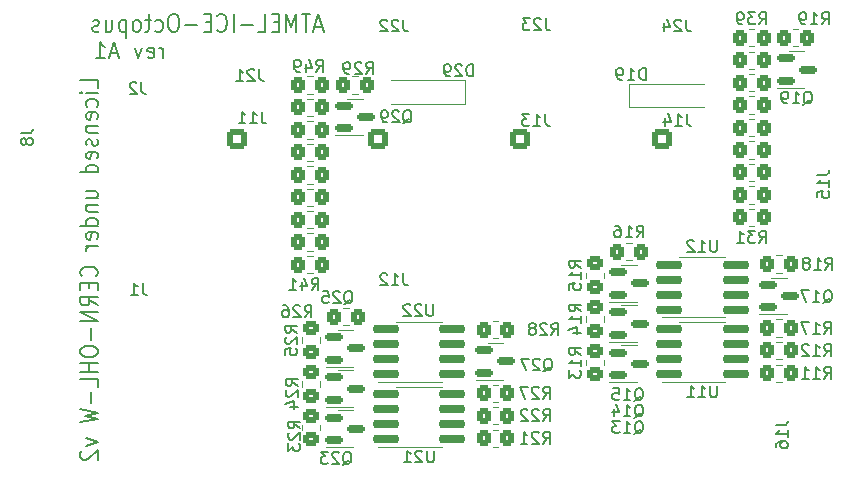
<source format=gbr>
G04 #@! TF.GenerationSoftware,KiCad,Pcbnew,(6.0.2-0)*
G04 #@! TF.CreationDate,2022-06-21T16:35:03+02:00*
G04 #@! TF.ProjectId,ATMEL-ICE-Octopus,41544d45-4c2d-4494-9345-2d4f63746f70,A1*
G04 #@! TF.SameCoordinates,Original*
G04 #@! TF.FileFunction,Legend,Bot*
G04 #@! TF.FilePolarity,Positive*
%FSLAX46Y46*%
G04 Gerber Fmt 4.6, Leading zero omitted, Abs format (unit mm)*
G04 Created by KiCad (PCBNEW (6.0.2-0)) date 2022-06-21 16:35:03*
%MOMM*%
%LPD*%
G01*
G04 APERTURE LIST*
G04 Aperture macros list*
%AMRoundRect*
0 Rectangle with rounded corners*
0 $1 Rounding radius*
0 $2 $3 $4 $5 $6 $7 $8 $9 X,Y pos of 4 corners*
0 Add a 4 corners polygon primitive as box body*
4,1,4,$2,$3,$4,$5,$6,$7,$8,$9,$2,$3,0*
0 Add four circle primitives for the rounded corners*
1,1,$1+$1,$2,$3*
1,1,$1+$1,$4,$5*
1,1,$1+$1,$6,$7*
1,1,$1+$1,$8,$9*
0 Add four rect primitives between the rounded corners*
20,1,$1+$1,$2,$3,$4,$5,0*
20,1,$1+$1,$4,$5,$6,$7,0*
20,1,$1+$1,$6,$7,$8,$9,0*
20,1,$1+$1,$8,$9,$2,$3,0*%
G04 Aperture macros list end*
%ADD10C,0.200000*%
%ADD11C,0.180000*%
%ADD12C,0.150000*%
%ADD13C,0.120000*%
%ADD14R,1.700000X1.700000*%
%ADD15O,1.700000X1.700000*%
%ADD16R,1.000000X1.000000*%
%ADD17O,1.000000X1.000000*%
%ADD18RoundRect,0.250000X-0.600000X-0.600000X0.600000X-0.600000X0.600000X0.600000X-0.600000X0.600000X0*%
%ADD19C,1.700000*%
%ADD20RoundRect,0.250000X-0.350000X-0.450000X0.350000X-0.450000X0.350000X0.450000X-0.350000X0.450000X0*%
%ADD21RoundRect,0.150000X-0.975000X-0.150000X0.975000X-0.150000X0.975000X0.150000X-0.975000X0.150000X0*%
%ADD22RoundRect,0.150000X-0.587500X-0.150000X0.587500X-0.150000X0.587500X0.150000X-0.587500X0.150000X0*%
%ADD23RoundRect,0.250000X-0.450000X0.350000X-0.450000X-0.350000X0.450000X-0.350000X0.450000X0.350000X0*%
%ADD24R,2.300000X1.700000*%
%ADD25RoundRect,0.250000X0.350000X0.450000X-0.350000X0.450000X-0.350000X-0.450000X0.350000X-0.450000X0*%
G04 APERTURE END LIST*
D10*
X98238571Y-87108571D02*
X98238571Y-86489523D01*
X96738571Y-86489523D01*
X98238571Y-87541904D02*
X97238571Y-87541904D01*
X96738571Y-87541904D02*
X96810000Y-87480000D01*
X96881428Y-87541904D01*
X96810000Y-87603809D01*
X96738571Y-87541904D01*
X96881428Y-87541904D01*
X98167142Y-88718095D02*
X98238571Y-88594285D01*
X98238571Y-88346666D01*
X98167142Y-88222857D01*
X98095714Y-88160952D01*
X97952857Y-88099047D01*
X97524285Y-88099047D01*
X97381428Y-88160952D01*
X97310000Y-88222857D01*
X97238571Y-88346666D01*
X97238571Y-88594285D01*
X97310000Y-88718095D01*
X98167142Y-89770476D02*
X98238571Y-89646666D01*
X98238571Y-89399047D01*
X98167142Y-89275238D01*
X98024285Y-89213333D01*
X97452857Y-89213333D01*
X97310000Y-89275238D01*
X97238571Y-89399047D01*
X97238571Y-89646666D01*
X97310000Y-89770476D01*
X97452857Y-89832380D01*
X97595714Y-89832380D01*
X97738571Y-89213333D01*
X97238571Y-90389523D02*
X98238571Y-90389523D01*
X97381428Y-90389523D02*
X97310000Y-90451428D01*
X97238571Y-90575238D01*
X97238571Y-90760952D01*
X97310000Y-90884761D01*
X97452857Y-90946666D01*
X98238571Y-90946666D01*
X98167142Y-91503809D02*
X98238571Y-91627619D01*
X98238571Y-91875238D01*
X98167142Y-91999047D01*
X98024285Y-92060952D01*
X97952857Y-92060952D01*
X97810000Y-91999047D01*
X97738571Y-91875238D01*
X97738571Y-91689523D01*
X97667142Y-91565714D01*
X97524285Y-91503809D01*
X97452857Y-91503809D01*
X97310000Y-91565714D01*
X97238571Y-91689523D01*
X97238571Y-91875238D01*
X97310000Y-91999047D01*
X98167142Y-93113333D02*
X98238571Y-92989523D01*
X98238571Y-92741904D01*
X98167142Y-92618095D01*
X98024285Y-92556190D01*
X97452857Y-92556190D01*
X97310000Y-92618095D01*
X97238571Y-92741904D01*
X97238571Y-92989523D01*
X97310000Y-93113333D01*
X97452857Y-93175238D01*
X97595714Y-93175238D01*
X97738571Y-92556190D01*
X98238571Y-94289523D02*
X96738571Y-94289523D01*
X98167142Y-94289523D02*
X98238571Y-94165714D01*
X98238571Y-93918095D01*
X98167142Y-93794285D01*
X98095714Y-93732380D01*
X97952857Y-93670476D01*
X97524285Y-93670476D01*
X97381428Y-93732380D01*
X97310000Y-93794285D01*
X97238571Y-93918095D01*
X97238571Y-94165714D01*
X97310000Y-94289523D01*
X97238571Y-96456190D02*
X98238571Y-96456190D01*
X97238571Y-95899047D02*
X98024285Y-95899047D01*
X98167142Y-95960952D01*
X98238571Y-96084761D01*
X98238571Y-96270476D01*
X98167142Y-96394285D01*
X98095714Y-96456190D01*
X97238571Y-97075238D02*
X98238571Y-97075238D01*
X97381428Y-97075238D02*
X97310000Y-97137142D01*
X97238571Y-97260952D01*
X97238571Y-97446666D01*
X97310000Y-97570476D01*
X97452857Y-97632380D01*
X98238571Y-97632380D01*
X98238571Y-98808571D02*
X96738571Y-98808571D01*
X98167142Y-98808571D02*
X98238571Y-98684761D01*
X98238571Y-98437142D01*
X98167142Y-98313333D01*
X98095714Y-98251428D01*
X97952857Y-98189523D01*
X97524285Y-98189523D01*
X97381428Y-98251428D01*
X97310000Y-98313333D01*
X97238571Y-98437142D01*
X97238571Y-98684761D01*
X97310000Y-98808571D01*
X98167142Y-99922857D02*
X98238571Y-99799047D01*
X98238571Y-99551428D01*
X98167142Y-99427619D01*
X98024285Y-99365714D01*
X97452857Y-99365714D01*
X97310000Y-99427619D01*
X97238571Y-99551428D01*
X97238571Y-99799047D01*
X97310000Y-99922857D01*
X97452857Y-99984761D01*
X97595714Y-99984761D01*
X97738571Y-99365714D01*
X98238571Y-100541904D02*
X97238571Y-100541904D01*
X97524285Y-100541904D02*
X97381428Y-100603809D01*
X97310000Y-100665714D01*
X97238571Y-100789523D01*
X97238571Y-100913333D01*
X98095714Y-103080000D02*
X98167142Y-103018095D01*
X98238571Y-102832380D01*
X98238571Y-102708571D01*
X98167142Y-102522857D01*
X98024285Y-102399047D01*
X97881428Y-102337142D01*
X97595714Y-102275238D01*
X97381428Y-102275238D01*
X97095714Y-102337142D01*
X96952857Y-102399047D01*
X96810000Y-102522857D01*
X96738571Y-102708571D01*
X96738571Y-102832380D01*
X96810000Y-103018095D01*
X96881428Y-103080000D01*
X97452857Y-103637142D02*
X97452857Y-104070476D01*
X98238571Y-104256190D02*
X98238571Y-103637142D01*
X96738571Y-103637142D01*
X96738571Y-104256190D01*
X98238571Y-105556190D02*
X97524285Y-105122857D01*
X98238571Y-104813333D02*
X96738571Y-104813333D01*
X96738571Y-105308571D01*
X96810000Y-105432380D01*
X96881428Y-105494285D01*
X97024285Y-105556190D01*
X97238571Y-105556190D01*
X97381428Y-105494285D01*
X97452857Y-105432380D01*
X97524285Y-105308571D01*
X97524285Y-104813333D01*
X98238571Y-106113333D02*
X96738571Y-106113333D01*
X98238571Y-106856190D01*
X96738571Y-106856190D01*
X97667142Y-107475238D02*
X97667142Y-108465714D01*
X96738571Y-109332380D02*
X96738571Y-109580000D01*
X96810000Y-109703809D01*
X96952857Y-109827619D01*
X97238571Y-109889523D01*
X97738571Y-109889523D01*
X98024285Y-109827619D01*
X98167142Y-109703809D01*
X98238571Y-109580000D01*
X98238571Y-109332380D01*
X98167142Y-109208571D01*
X98024285Y-109084761D01*
X97738571Y-109022857D01*
X97238571Y-109022857D01*
X96952857Y-109084761D01*
X96810000Y-109208571D01*
X96738571Y-109332380D01*
X98238571Y-110446666D02*
X96738571Y-110446666D01*
X97452857Y-110446666D02*
X97452857Y-111189523D01*
X98238571Y-111189523D02*
X96738571Y-111189523D01*
X98238571Y-112427619D02*
X98238571Y-111808571D01*
X96738571Y-111808571D01*
X97667142Y-112860952D02*
X97667142Y-113851428D01*
X96738571Y-114346666D02*
X98238571Y-114656190D01*
X97167142Y-114903809D01*
X98238571Y-115151428D01*
X96738571Y-115460952D01*
X97238571Y-116822857D02*
X98238571Y-117132380D01*
X97238571Y-117441904D01*
X96881428Y-117875238D02*
X96810000Y-117937142D01*
X96738571Y-118060952D01*
X96738571Y-118370476D01*
X96810000Y-118494285D01*
X96881428Y-118556190D01*
X97024285Y-118618095D01*
X97167142Y-118618095D01*
X97381428Y-118556190D01*
X98238571Y-117813333D01*
X98238571Y-118618095D01*
D11*
X103759857Y-84588095D02*
X103759857Y-83721428D01*
X103759857Y-83969047D02*
X103697952Y-83845238D01*
X103636047Y-83783333D01*
X103512238Y-83721428D01*
X103388428Y-83721428D01*
X102459857Y-84526190D02*
X102583666Y-84588095D01*
X102831285Y-84588095D01*
X102955095Y-84526190D01*
X103017000Y-84402380D01*
X103017000Y-83907142D01*
X102955095Y-83783333D01*
X102831285Y-83721428D01*
X102583666Y-83721428D01*
X102459857Y-83783333D01*
X102397952Y-83907142D01*
X102397952Y-84030952D01*
X103017000Y-84154761D01*
X101964619Y-83721428D02*
X101655095Y-84588095D01*
X101345571Y-83721428D01*
X99921761Y-84216666D02*
X99302714Y-84216666D01*
X100045571Y-84588095D02*
X99612238Y-83288095D01*
X99178904Y-84588095D01*
X98064619Y-84588095D02*
X98807476Y-84588095D01*
X98436047Y-84588095D02*
X98436047Y-83288095D01*
X98559857Y-83473809D01*
X98683666Y-83597619D01*
X98807476Y-83659523D01*
D10*
X117222380Y-81950000D02*
X116603333Y-81950000D01*
X117346190Y-82378571D02*
X116912857Y-80878571D01*
X116479523Y-82378571D01*
X116231904Y-80878571D02*
X115489047Y-80878571D01*
X115860476Y-82378571D02*
X115860476Y-80878571D01*
X115055714Y-82378571D02*
X115055714Y-80878571D01*
X114622380Y-81950000D01*
X114189047Y-80878571D01*
X114189047Y-82378571D01*
X113570000Y-81592857D02*
X113136666Y-81592857D01*
X112950952Y-82378571D02*
X113570000Y-82378571D01*
X113570000Y-80878571D01*
X112950952Y-80878571D01*
X111774761Y-82378571D02*
X112393809Y-82378571D01*
X112393809Y-80878571D01*
X111341428Y-81807142D02*
X110350952Y-81807142D01*
X109731904Y-82378571D02*
X109731904Y-80878571D01*
X108370000Y-82235714D02*
X108431904Y-82307142D01*
X108617619Y-82378571D01*
X108741428Y-82378571D01*
X108927142Y-82307142D01*
X109050952Y-82164285D01*
X109112857Y-82021428D01*
X109174761Y-81735714D01*
X109174761Y-81521428D01*
X109112857Y-81235714D01*
X109050952Y-81092857D01*
X108927142Y-80950000D01*
X108741428Y-80878571D01*
X108617619Y-80878571D01*
X108431904Y-80950000D01*
X108370000Y-81021428D01*
X107812857Y-81592857D02*
X107379523Y-81592857D01*
X107193809Y-82378571D02*
X107812857Y-82378571D01*
X107812857Y-80878571D01*
X107193809Y-80878571D01*
X106636666Y-81807142D02*
X105646190Y-81807142D01*
X104779523Y-80878571D02*
X104531904Y-80878571D01*
X104408095Y-80950000D01*
X104284285Y-81092857D01*
X104222380Y-81378571D01*
X104222380Y-81878571D01*
X104284285Y-82164285D01*
X104408095Y-82307142D01*
X104531904Y-82378571D01*
X104779523Y-82378571D01*
X104903333Y-82307142D01*
X105027142Y-82164285D01*
X105089047Y-81878571D01*
X105089047Y-81378571D01*
X105027142Y-81092857D01*
X104903333Y-80950000D01*
X104779523Y-80878571D01*
X103108095Y-82307142D02*
X103231904Y-82378571D01*
X103479523Y-82378571D01*
X103603333Y-82307142D01*
X103665238Y-82235714D01*
X103727142Y-82092857D01*
X103727142Y-81664285D01*
X103665238Y-81521428D01*
X103603333Y-81450000D01*
X103479523Y-81378571D01*
X103231904Y-81378571D01*
X103108095Y-81450000D01*
X102736666Y-81378571D02*
X102241428Y-81378571D01*
X102550952Y-80878571D02*
X102550952Y-82164285D01*
X102489047Y-82307142D01*
X102365238Y-82378571D01*
X102241428Y-82378571D01*
X101622380Y-82378571D02*
X101746190Y-82307142D01*
X101808095Y-82235714D01*
X101870000Y-82092857D01*
X101870000Y-81664285D01*
X101808095Y-81521428D01*
X101746190Y-81450000D01*
X101622380Y-81378571D01*
X101436666Y-81378571D01*
X101312857Y-81450000D01*
X101250952Y-81521428D01*
X101189047Y-81664285D01*
X101189047Y-82092857D01*
X101250952Y-82235714D01*
X101312857Y-82307142D01*
X101436666Y-82378571D01*
X101622380Y-82378571D01*
X100631904Y-81378571D02*
X100631904Y-82878571D01*
X100631904Y-81450000D02*
X100508095Y-81378571D01*
X100260476Y-81378571D01*
X100136666Y-81450000D01*
X100074761Y-81521428D01*
X100012857Y-81664285D01*
X100012857Y-82092857D01*
X100074761Y-82235714D01*
X100136666Y-82307142D01*
X100260476Y-82378571D01*
X100508095Y-82378571D01*
X100631904Y-82307142D01*
X98898571Y-81378571D02*
X98898571Y-82378571D01*
X99455714Y-81378571D02*
X99455714Y-82164285D01*
X99393809Y-82307142D01*
X99270000Y-82378571D01*
X99084285Y-82378571D01*
X98960476Y-82307142D01*
X98898571Y-82235714D01*
X98341428Y-82307142D02*
X98217619Y-82378571D01*
X97970000Y-82378571D01*
X97846190Y-82307142D01*
X97784285Y-82164285D01*
X97784285Y-82092857D01*
X97846190Y-81950000D01*
X97970000Y-81878571D01*
X98155714Y-81878571D01*
X98279523Y-81807142D01*
X98341428Y-81664285D01*
X98341428Y-81592857D01*
X98279523Y-81450000D01*
X98155714Y-81378571D01*
X97970000Y-81378571D01*
X97846190Y-81450000D01*
D12*
G04 #@! TO.C,J1*
X102033333Y-103652380D02*
X102033333Y-104366666D01*
X102080952Y-104509523D01*
X102176190Y-104604761D01*
X102319047Y-104652380D01*
X102414285Y-104652380D01*
X101033333Y-104652380D02*
X101604761Y-104652380D01*
X101319047Y-104652380D02*
X101319047Y-103652380D01*
X101414285Y-103795238D01*
X101509523Y-103890476D01*
X101604761Y-103938095D01*
G04 #@! TO.C,J12*
X124109523Y-102852380D02*
X124109523Y-103566666D01*
X124157142Y-103709523D01*
X124252380Y-103804761D01*
X124395238Y-103852380D01*
X124490476Y-103852380D01*
X123109523Y-103852380D02*
X123680952Y-103852380D01*
X123395238Y-103852380D02*
X123395238Y-102852380D01*
X123490476Y-102995238D01*
X123585714Y-103090476D01*
X123680952Y-103138095D01*
X122728571Y-102947619D02*
X122680952Y-102900000D01*
X122585714Y-102852380D01*
X122347619Y-102852380D01*
X122252380Y-102900000D01*
X122204761Y-102947619D01*
X122157142Y-103042857D01*
X122157142Y-103138095D01*
X122204761Y-103280952D01*
X122776190Y-103852380D01*
X122157142Y-103852380D01*
G04 #@! TO.C,J8*
X91752380Y-90966666D02*
X92466666Y-90966666D01*
X92609523Y-90919047D01*
X92704761Y-90823809D01*
X92752380Y-90680952D01*
X92752380Y-90585714D01*
X92180952Y-91585714D02*
X92133333Y-91490476D01*
X92085714Y-91442857D01*
X91990476Y-91395238D01*
X91942857Y-91395238D01*
X91847619Y-91442857D01*
X91800000Y-91490476D01*
X91752380Y-91585714D01*
X91752380Y-91776190D01*
X91800000Y-91871428D01*
X91847619Y-91919047D01*
X91942857Y-91966666D01*
X91990476Y-91966666D01*
X92085714Y-91919047D01*
X92133333Y-91871428D01*
X92180952Y-91776190D01*
X92180952Y-91585714D01*
X92228571Y-91490476D01*
X92276190Y-91442857D01*
X92371428Y-91395238D01*
X92561904Y-91395238D01*
X92657142Y-91442857D01*
X92704761Y-91490476D01*
X92752380Y-91585714D01*
X92752380Y-91776190D01*
X92704761Y-91871428D01*
X92657142Y-91919047D01*
X92561904Y-91966666D01*
X92371428Y-91966666D01*
X92276190Y-91919047D01*
X92228571Y-91871428D01*
X92180952Y-91776190D01*
G04 #@! TO.C,J16*
X155652380Y-115690476D02*
X156366666Y-115690476D01*
X156509523Y-115642857D01*
X156604761Y-115547619D01*
X156652380Y-115404761D01*
X156652380Y-115309523D01*
X156652380Y-116690476D02*
X156652380Y-116119047D01*
X156652380Y-116404761D02*
X155652380Y-116404761D01*
X155795238Y-116309523D01*
X155890476Y-116214285D01*
X155938095Y-116119047D01*
X155652380Y-117547619D02*
X155652380Y-117357142D01*
X155700000Y-117261904D01*
X155747619Y-117214285D01*
X155890476Y-117119047D01*
X156080952Y-117071428D01*
X156461904Y-117071428D01*
X156557142Y-117119047D01*
X156604761Y-117166666D01*
X156652380Y-117261904D01*
X156652380Y-117452380D01*
X156604761Y-117547619D01*
X156557142Y-117595238D01*
X156461904Y-117642857D01*
X156223809Y-117642857D01*
X156128571Y-117595238D01*
X156080952Y-117547619D01*
X156033333Y-117452380D01*
X156033333Y-117261904D01*
X156080952Y-117166666D01*
X156128571Y-117119047D01*
X156223809Y-117071428D01*
G04 #@! TO.C,J21*
X111909523Y-85552380D02*
X111909523Y-86266666D01*
X111957142Y-86409523D01*
X112052380Y-86504761D01*
X112195238Y-86552380D01*
X112290476Y-86552380D01*
X111480952Y-85647619D02*
X111433333Y-85600000D01*
X111338095Y-85552380D01*
X111100000Y-85552380D01*
X111004761Y-85600000D01*
X110957142Y-85647619D01*
X110909523Y-85742857D01*
X110909523Y-85838095D01*
X110957142Y-85980952D01*
X111528571Y-86552380D01*
X110909523Y-86552380D01*
X109957142Y-86552380D02*
X110528571Y-86552380D01*
X110242857Y-86552380D02*
X110242857Y-85552380D01*
X110338095Y-85695238D01*
X110433333Y-85790476D01*
X110528571Y-85838095D01*
G04 #@! TO.C,J2*
X101933333Y-86652380D02*
X101933333Y-87366666D01*
X101980952Y-87509523D01*
X102076190Y-87604761D01*
X102219047Y-87652380D01*
X102314285Y-87652380D01*
X101504761Y-86747619D02*
X101457142Y-86700000D01*
X101361904Y-86652380D01*
X101123809Y-86652380D01*
X101028571Y-86700000D01*
X100980952Y-86747619D01*
X100933333Y-86842857D01*
X100933333Y-86938095D01*
X100980952Y-87080952D01*
X101552380Y-87652380D01*
X100933333Y-87652380D01*
G04 #@! TO.C,J14*
X148109523Y-89352380D02*
X148109523Y-90066666D01*
X148157142Y-90209523D01*
X148252380Y-90304761D01*
X148395238Y-90352380D01*
X148490476Y-90352380D01*
X147109523Y-90352380D02*
X147680952Y-90352380D01*
X147395238Y-90352380D02*
X147395238Y-89352380D01*
X147490476Y-89495238D01*
X147585714Y-89590476D01*
X147680952Y-89638095D01*
X146252380Y-89685714D02*
X146252380Y-90352380D01*
X146490476Y-89304761D02*
X146728571Y-90019047D01*
X146109523Y-90019047D01*
G04 #@! TO.C,J11*
X112109523Y-89152380D02*
X112109523Y-89866666D01*
X112157142Y-90009523D01*
X112252380Y-90104761D01*
X112395238Y-90152380D01*
X112490476Y-90152380D01*
X111109523Y-90152380D02*
X111680952Y-90152380D01*
X111395238Y-90152380D02*
X111395238Y-89152380D01*
X111490476Y-89295238D01*
X111585714Y-89390476D01*
X111680952Y-89438095D01*
X110157142Y-90152380D02*
X110728571Y-90152380D01*
X110442857Y-90152380D02*
X110442857Y-89152380D01*
X110538095Y-89295238D01*
X110633333Y-89390476D01*
X110728571Y-89438095D01*
G04 #@! TO.C,J23*
X136149523Y-81252380D02*
X136149523Y-81966666D01*
X136197142Y-82109523D01*
X136292380Y-82204761D01*
X136435238Y-82252380D01*
X136530476Y-82252380D01*
X135720952Y-81347619D02*
X135673333Y-81300000D01*
X135578095Y-81252380D01*
X135340000Y-81252380D01*
X135244761Y-81300000D01*
X135197142Y-81347619D01*
X135149523Y-81442857D01*
X135149523Y-81538095D01*
X135197142Y-81680952D01*
X135768571Y-82252380D01*
X135149523Y-82252380D01*
X134816190Y-81252380D02*
X134197142Y-81252380D01*
X134530476Y-81633333D01*
X134387619Y-81633333D01*
X134292380Y-81680952D01*
X134244761Y-81728571D01*
X134197142Y-81823809D01*
X134197142Y-82061904D01*
X134244761Y-82157142D01*
X134292380Y-82204761D01*
X134387619Y-82252380D01*
X134673333Y-82252380D01*
X134768571Y-82204761D01*
X134816190Y-82157142D01*
G04 #@! TO.C,J13*
X136109523Y-89352380D02*
X136109523Y-90066666D01*
X136157142Y-90209523D01*
X136252380Y-90304761D01*
X136395238Y-90352380D01*
X136490476Y-90352380D01*
X135109523Y-90352380D02*
X135680952Y-90352380D01*
X135395238Y-90352380D02*
X135395238Y-89352380D01*
X135490476Y-89495238D01*
X135585714Y-89590476D01*
X135680952Y-89638095D01*
X134776190Y-89352380D02*
X134157142Y-89352380D01*
X134490476Y-89733333D01*
X134347619Y-89733333D01*
X134252380Y-89780952D01*
X134204761Y-89828571D01*
X134157142Y-89923809D01*
X134157142Y-90161904D01*
X134204761Y-90257142D01*
X134252380Y-90304761D01*
X134347619Y-90352380D01*
X134633333Y-90352380D01*
X134728571Y-90304761D01*
X134776190Y-90257142D01*
G04 #@! TO.C,J15*
X159152380Y-94490476D02*
X159866666Y-94490476D01*
X160009523Y-94442857D01*
X160104761Y-94347619D01*
X160152380Y-94204761D01*
X160152380Y-94109523D01*
X160152380Y-95490476D02*
X160152380Y-94919047D01*
X160152380Y-95204761D02*
X159152380Y-95204761D01*
X159295238Y-95109523D01*
X159390476Y-95014285D01*
X159438095Y-94919047D01*
X159152380Y-96395238D02*
X159152380Y-95919047D01*
X159628571Y-95871428D01*
X159580952Y-95919047D01*
X159533333Y-96014285D01*
X159533333Y-96252380D01*
X159580952Y-96347619D01*
X159628571Y-96395238D01*
X159723809Y-96442857D01*
X159961904Y-96442857D01*
X160057142Y-96395238D01*
X160104761Y-96347619D01*
X160152380Y-96252380D01*
X160152380Y-96014285D01*
X160104761Y-95919047D01*
X160057142Y-95871428D01*
G04 #@! TO.C,J24*
X148049523Y-81352380D02*
X148049523Y-82066666D01*
X148097142Y-82209523D01*
X148192380Y-82304761D01*
X148335238Y-82352380D01*
X148430476Y-82352380D01*
X147620952Y-81447619D02*
X147573333Y-81400000D01*
X147478095Y-81352380D01*
X147240000Y-81352380D01*
X147144761Y-81400000D01*
X147097142Y-81447619D01*
X147049523Y-81542857D01*
X147049523Y-81638095D01*
X147097142Y-81780952D01*
X147668571Y-82352380D01*
X147049523Y-82352380D01*
X146192380Y-81685714D02*
X146192380Y-82352380D01*
X146430476Y-81304761D02*
X146668571Y-82019047D01*
X146049523Y-82019047D01*
G04 #@! TO.C,J22*
X124109523Y-81352380D02*
X124109523Y-82066666D01*
X124157142Y-82209523D01*
X124252380Y-82304761D01*
X124395238Y-82352380D01*
X124490476Y-82352380D01*
X123680952Y-81447619D02*
X123633333Y-81400000D01*
X123538095Y-81352380D01*
X123300000Y-81352380D01*
X123204761Y-81400000D01*
X123157142Y-81447619D01*
X123109523Y-81542857D01*
X123109523Y-81638095D01*
X123157142Y-81780952D01*
X123728571Y-82352380D01*
X123109523Y-82352380D01*
X122728571Y-81447619D02*
X122680952Y-81400000D01*
X122585714Y-81352380D01*
X122347619Y-81352380D01*
X122252380Y-81400000D01*
X122204761Y-81447619D01*
X122157142Y-81542857D01*
X122157142Y-81638095D01*
X122204761Y-81780952D01*
X122776190Y-82352380D01*
X122157142Y-82352380D01*
G04 #@! TO.C,U12*
X150663095Y-100017380D02*
X150663095Y-100826904D01*
X150615476Y-100922142D01*
X150567857Y-100969761D01*
X150472619Y-101017380D01*
X150282142Y-101017380D01*
X150186904Y-100969761D01*
X150139285Y-100922142D01*
X150091666Y-100826904D01*
X150091666Y-100017380D01*
X149091666Y-101017380D02*
X149663095Y-101017380D01*
X149377380Y-101017380D02*
X149377380Y-100017380D01*
X149472619Y-100160238D01*
X149567857Y-100255476D01*
X149663095Y-100303095D01*
X148710714Y-100112619D02*
X148663095Y-100065000D01*
X148567857Y-100017380D01*
X148329761Y-100017380D01*
X148234523Y-100065000D01*
X148186904Y-100112619D01*
X148139285Y-100207857D01*
X148139285Y-100303095D01*
X148186904Y-100445952D01*
X148758333Y-101017380D01*
X148139285Y-101017380D01*
G04 #@! TO.C,R18*
X159842857Y-102517380D02*
X160176190Y-102041190D01*
X160414285Y-102517380D02*
X160414285Y-101517380D01*
X160033333Y-101517380D01*
X159938095Y-101565000D01*
X159890476Y-101612619D01*
X159842857Y-101707857D01*
X159842857Y-101850714D01*
X159890476Y-101945952D01*
X159938095Y-101993571D01*
X160033333Y-102041190D01*
X160414285Y-102041190D01*
X158890476Y-102517380D02*
X159461904Y-102517380D01*
X159176190Y-102517380D02*
X159176190Y-101517380D01*
X159271428Y-101660238D01*
X159366666Y-101755476D01*
X159461904Y-101803095D01*
X158319047Y-101945952D02*
X158414285Y-101898333D01*
X158461904Y-101850714D01*
X158509523Y-101755476D01*
X158509523Y-101707857D01*
X158461904Y-101612619D01*
X158414285Y-101565000D01*
X158319047Y-101517380D01*
X158128571Y-101517380D01*
X158033333Y-101565000D01*
X157985714Y-101612619D01*
X157938095Y-101707857D01*
X157938095Y-101755476D01*
X157985714Y-101850714D01*
X158033333Y-101898333D01*
X158128571Y-101945952D01*
X158319047Y-101945952D01*
X158414285Y-101993571D01*
X158461904Y-102041190D01*
X158509523Y-102136428D01*
X158509523Y-102326904D01*
X158461904Y-102422142D01*
X158414285Y-102469761D01*
X158319047Y-102517380D01*
X158128571Y-102517380D01*
X158033333Y-102469761D01*
X157985714Y-102422142D01*
X157938095Y-102326904D01*
X157938095Y-102136428D01*
X157985714Y-102041190D01*
X158033333Y-101993571D01*
X158128571Y-101945952D01*
G04 #@! TO.C,R21*
X135942857Y-117252380D02*
X136276190Y-116776190D01*
X136514285Y-117252380D02*
X136514285Y-116252380D01*
X136133333Y-116252380D01*
X136038095Y-116300000D01*
X135990476Y-116347619D01*
X135942857Y-116442857D01*
X135942857Y-116585714D01*
X135990476Y-116680952D01*
X136038095Y-116728571D01*
X136133333Y-116776190D01*
X136514285Y-116776190D01*
X135561904Y-116347619D02*
X135514285Y-116300000D01*
X135419047Y-116252380D01*
X135180952Y-116252380D01*
X135085714Y-116300000D01*
X135038095Y-116347619D01*
X134990476Y-116442857D01*
X134990476Y-116538095D01*
X135038095Y-116680952D01*
X135609523Y-117252380D01*
X134990476Y-117252380D01*
X134038095Y-117252380D02*
X134609523Y-117252380D01*
X134323809Y-117252380D02*
X134323809Y-116252380D01*
X134419047Y-116395238D01*
X134514285Y-116490476D01*
X134609523Y-116538095D01*
G04 #@! TO.C,R17*
X159742857Y-107952380D02*
X160076190Y-107476190D01*
X160314285Y-107952380D02*
X160314285Y-106952380D01*
X159933333Y-106952380D01*
X159838095Y-107000000D01*
X159790476Y-107047619D01*
X159742857Y-107142857D01*
X159742857Y-107285714D01*
X159790476Y-107380952D01*
X159838095Y-107428571D01*
X159933333Y-107476190D01*
X160314285Y-107476190D01*
X158790476Y-107952380D02*
X159361904Y-107952380D01*
X159076190Y-107952380D02*
X159076190Y-106952380D01*
X159171428Y-107095238D01*
X159266666Y-107190476D01*
X159361904Y-107238095D01*
X158457142Y-106952380D02*
X157790476Y-106952380D01*
X158219047Y-107952380D01*
G04 #@! TO.C,Q13*
X143671428Y-116447619D02*
X143766666Y-116400000D01*
X143861904Y-116304761D01*
X144004761Y-116161904D01*
X144100000Y-116114285D01*
X144195238Y-116114285D01*
X144147619Y-116352380D02*
X144242857Y-116304761D01*
X144338095Y-116209523D01*
X144385714Y-116019047D01*
X144385714Y-115685714D01*
X144338095Y-115495238D01*
X144242857Y-115400000D01*
X144147619Y-115352380D01*
X143957142Y-115352380D01*
X143861904Y-115400000D01*
X143766666Y-115495238D01*
X143719047Y-115685714D01*
X143719047Y-116019047D01*
X143766666Y-116209523D01*
X143861904Y-116304761D01*
X143957142Y-116352380D01*
X144147619Y-116352380D01*
X142766666Y-116352380D02*
X143338095Y-116352380D01*
X143052380Y-116352380D02*
X143052380Y-115352380D01*
X143147619Y-115495238D01*
X143242857Y-115590476D01*
X143338095Y-115638095D01*
X142433333Y-115352380D02*
X141814285Y-115352380D01*
X142147619Y-115733333D01*
X142004761Y-115733333D01*
X141909523Y-115780952D01*
X141861904Y-115828571D01*
X141814285Y-115923809D01*
X141814285Y-116161904D01*
X141861904Y-116257142D01*
X141909523Y-116304761D01*
X142004761Y-116352380D01*
X142290476Y-116352380D01*
X142385714Y-116304761D01*
X142433333Y-116257142D01*
G04 #@! TO.C,R24*
X115152380Y-112357142D02*
X114676190Y-112023809D01*
X115152380Y-111785714D02*
X114152380Y-111785714D01*
X114152380Y-112166666D01*
X114200000Y-112261904D01*
X114247619Y-112309523D01*
X114342857Y-112357142D01*
X114485714Y-112357142D01*
X114580952Y-112309523D01*
X114628571Y-112261904D01*
X114676190Y-112166666D01*
X114676190Y-111785714D01*
X114247619Y-112738095D02*
X114200000Y-112785714D01*
X114152380Y-112880952D01*
X114152380Y-113119047D01*
X114200000Y-113214285D01*
X114247619Y-113261904D01*
X114342857Y-113309523D01*
X114438095Y-113309523D01*
X114580952Y-113261904D01*
X115152380Y-112690476D01*
X115152380Y-113309523D01*
X114485714Y-114166666D02*
X115152380Y-114166666D01*
X114104761Y-113928571D02*
X114819047Y-113690476D01*
X114819047Y-114309523D01*
G04 #@! TO.C,R39*
X154242857Y-81752380D02*
X154576190Y-81276190D01*
X154814285Y-81752380D02*
X154814285Y-80752380D01*
X154433333Y-80752380D01*
X154338095Y-80800000D01*
X154290476Y-80847619D01*
X154242857Y-80942857D01*
X154242857Y-81085714D01*
X154290476Y-81180952D01*
X154338095Y-81228571D01*
X154433333Y-81276190D01*
X154814285Y-81276190D01*
X153909523Y-80752380D02*
X153290476Y-80752380D01*
X153623809Y-81133333D01*
X153480952Y-81133333D01*
X153385714Y-81180952D01*
X153338095Y-81228571D01*
X153290476Y-81323809D01*
X153290476Y-81561904D01*
X153338095Y-81657142D01*
X153385714Y-81704761D01*
X153480952Y-81752380D01*
X153766666Y-81752380D01*
X153861904Y-81704761D01*
X153909523Y-81657142D01*
X152814285Y-81752380D02*
X152623809Y-81752380D01*
X152528571Y-81704761D01*
X152480952Y-81657142D01*
X152385714Y-81514285D01*
X152338095Y-81323809D01*
X152338095Y-80942857D01*
X152385714Y-80847619D01*
X152433333Y-80800000D01*
X152528571Y-80752380D01*
X152719047Y-80752380D01*
X152814285Y-80800000D01*
X152861904Y-80847619D01*
X152909523Y-80942857D01*
X152909523Y-81180952D01*
X152861904Y-81276190D01*
X152814285Y-81323809D01*
X152719047Y-81371428D01*
X152528571Y-81371428D01*
X152433333Y-81323809D01*
X152385714Y-81276190D01*
X152338095Y-81180952D01*
G04 #@! TO.C,Q17*
X159671428Y-105347619D02*
X159766666Y-105300000D01*
X159861904Y-105204761D01*
X160004761Y-105061904D01*
X160100000Y-105014285D01*
X160195238Y-105014285D01*
X160147619Y-105252380D02*
X160242857Y-105204761D01*
X160338095Y-105109523D01*
X160385714Y-104919047D01*
X160385714Y-104585714D01*
X160338095Y-104395238D01*
X160242857Y-104300000D01*
X160147619Y-104252380D01*
X159957142Y-104252380D01*
X159861904Y-104300000D01*
X159766666Y-104395238D01*
X159719047Y-104585714D01*
X159719047Y-104919047D01*
X159766666Y-105109523D01*
X159861904Y-105204761D01*
X159957142Y-105252380D01*
X160147619Y-105252380D01*
X158766666Y-105252380D02*
X159338095Y-105252380D01*
X159052380Y-105252380D02*
X159052380Y-104252380D01*
X159147619Y-104395238D01*
X159242857Y-104490476D01*
X159338095Y-104538095D01*
X158433333Y-104252380D02*
X157766666Y-104252380D01*
X158195238Y-105252380D01*
G04 #@! TO.C,D29*
X130014285Y-86152380D02*
X130014285Y-85152380D01*
X129776190Y-85152380D01*
X129633333Y-85200000D01*
X129538095Y-85295238D01*
X129490476Y-85390476D01*
X129442857Y-85580952D01*
X129442857Y-85723809D01*
X129490476Y-85914285D01*
X129538095Y-86009523D01*
X129633333Y-86104761D01*
X129776190Y-86152380D01*
X130014285Y-86152380D01*
X129061904Y-85247619D02*
X129014285Y-85200000D01*
X128919047Y-85152380D01*
X128680952Y-85152380D01*
X128585714Y-85200000D01*
X128538095Y-85247619D01*
X128490476Y-85342857D01*
X128490476Y-85438095D01*
X128538095Y-85580952D01*
X129109523Y-86152380D01*
X128490476Y-86152380D01*
X128014285Y-86152380D02*
X127823809Y-86152380D01*
X127728571Y-86104761D01*
X127680952Y-86057142D01*
X127585714Y-85914285D01*
X127538095Y-85723809D01*
X127538095Y-85342857D01*
X127585714Y-85247619D01*
X127633333Y-85200000D01*
X127728571Y-85152380D01*
X127919047Y-85152380D01*
X128014285Y-85200000D01*
X128061904Y-85247619D01*
X128109523Y-85342857D01*
X128109523Y-85580952D01*
X128061904Y-85676190D01*
X128014285Y-85723809D01*
X127919047Y-85771428D01*
X127728571Y-85771428D01*
X127633333Y-85723809D01*
X127585714Y-85676190D01*
X127538095Y-85580952D01*
G04 #@! TO.C,R25*
X115102380Y-107857142D02*
X114626190Y-107523809D01*
X115102380Y-107285714D02*
X114102380Y-107285714D01*
X114102380Y-107666666D01*
X114150000Y-107761904D01*
X114197619Y-107809523D01*
X114292857Y-107857142D01*
X114435714Y-107857142D01*
X114530952Y-107809523D01*
X114578571Y-107761904D01*
X114626190Y-107666666D01*
X114626190Y-107285714D01*
X114197619Y-108238095D02*
X114150000Y-108285714D01*
X114102380Y-108380952D01*
X114102380Y-108619047D01*
X114150000Y-108714285D01*
X114197619Y-108761904D01*
X114292857Y-108809523D01*
X114388095Y-108809523D01*
X114530952Y-108761904D01*
X115102380Y-108190476D01*
X115102380Y-108809523D01*
X114102380Y-109714285D02*
X114102380Y-109238095D01*
X114578571Y-109190476D01*
X114530952Y-109238095D01*
X114483333Y-109333333D01*
X114483333Y-109571428D01*
X114530952Y-109666666D01*
X114578571Y-109714285D01*
X114673809Y-109761904D01*
X114911904Y-109761904D01*
X115007142Y-109714285D01*
X115054761Y-109666666D01*
X115102380Y-109571428D01*
X115102380Y-109333333D01*
X115054761Y-109238095D01*
X115007142Y-109190476D01*
G04 #@! TO.C,R29*
X120942857Y-85952380D02*
X121276190Y-85476190D01*
X121514285Y-85952380D02*
X121514285Y-84952380D01*
X121133333Y-84952380D01*
X121038095Y-85000000D01*
X120990476Y-85047619D01*
X120942857Y-85142857D01*
X120942857Y-85285714D01*
X120990476Y-85380952D01*
X121038095Y-85428571D01*
X121133333Y-85476190D01*
X121514285Y-85476190D01*
X120561904Y-85047619D02*
X120514285Y-85000000D01*
X120419047Y-84952380D01*
X120180952Y-84952380D01*
X120085714Y-85000000D01*
X120038095Y-85047619D01*
X119990476Y-85142857D01*
X119990476Y-85238095D01*
X120038095Y-85380952D01*
X120609523Y-85952380D01*
X119990476Y-85952380D01*
X119514285Y-85952380D02*
X119323809Y-85952380D01*
X119228571Y-85904761D01*
X119180952Y-85857142D01*
X119085714Y-85714285D01*
X119038095Y-85523809D01*
X119038095Y-85142857D01*
X119085714Y-85047619D01*
X119133333Y-85000000D01*
X119228571Y-84952380D01*
X119419047Y-84952380D01*
X119514285Y-85000000D01*
X119561904Y-85047619D01*
X119609523Y-85142857D01*
X119609523Y-85380952D01*
X119561904Y-85476190D01*
X119514285Y-85523809D01*
X119419047Y-85571428D01*
X119228571Y-85571428D01*
X119133333Y-85523809D01*
X119085714Y-85476190D01*
X119038095Y-85380952D01*
G04 #@! TO.C,R11*
X159742857Y-111752380D02*
X160076190Y-111276190D01*
X160314285Y-111752380D02*
X160314285Y-110752380D01*
X159933333Y-110752380D01*
X159838095Y-110800000D01*
X159790476Y-110847619D01*
X159742857Y-110942857D01*
X159742857Y-111085714D01*
X159790476Y-111180952D01*
X159838095Y-111228571D01*
X159933333Y-111276190D01*
X160314285Y-111276190D01*
X158790476Y-111752380D02*
X159361904Y-111752380D01*
X159076190Y-111752380D02*
X159076190Y-110752380D01*
X159171428Y-110895238D01*
X159266666Y-110990476D01*
X159361904Y-111038095D01*
X157838095Y-111752380D02*
X158409523Y-111752380D01*
X158123809Y-111752380D02*
X158123809Y-110752380D01*
X158219047Y-110895238D01*
X158314285Y-110990476D01*
X158409523Y-111038095D01*
G04 #@! TO.C,Q29*
X124071428Y-90147619D02*
X124166666Y-90100000D01*
X124261904Y-90004761D01*
X124404761Y-89861904D01*
X124500000Y-89814285D01*
X124595238Y-89814285D01*
X124547619Y-90052380D02*
X124642857Y-90004761D01*
X124738095Y-89909523D01*
X124785714Y-89719047D01*
X124785714Y-89385714D01*
X124738095Y-89195238D01*
X124642857Y-89100000D01*
X124547619Y-89052380D01*
X124357142Y-89052380D01*
X124261904Y-89100000D01*
X124166666Y-89195238D01*
X124119047Y-89385714D01*
X124119047Y-89719047D01*
X124166666Y-89909523D01*
X124261904Y-90004761D01*
X124357142Y-90052380D01*
X124547619Y-90052380D01*
X123738095Y-89147619D02*
X123690476Y-89100000D01*
X123595238Y-89052380D01*
X123357142Y-89052380D01*
X123261904Y-89100000D01*
X123214285Y-89147619D01*
X123166666Y-89242857D01*
X123166666Y-89338095D01*
X123214285Y-89480952D01*
X123785714Y-90052380D01*
X123166666Y-90052380D01*
X122690476Y-90052380D02*
X122500000Y-90052380D01*
X122404761Y-90004761D01*
X122357142Y-89957142D01*
X122261904Y-89814285D01*
X122214285Y-89623809D01*
X122214285Y-89242857D01*
X122261904Y-89147619D01*
X122309523Y-89100000D01*
X122404761Y-89052380D01*
X122595238Y-89052380D01*
X122690476Y-89100000D01*
X122738095Y-89147619D01*
X122785714Y-89242857D01*
X122785714Y-89480952D01*
X122738095Y-89576190D01*
X122690476Y-89623809D01*
X122595238Y-89671428D01*
X122404761Y-89671428D01*
X122309523Y-89623809D01*
X122261904Y-89576190D01*
X122214285Y-89480952D01*
G04 #@! TO.C,R26*
X115742857Y-106552380D02*
X116076190Y-106076190D01*
X116314285Y-106552380D02*
X116314285Y-105552380D01*
X115933333Y-105552380D01*
X115838095Y-105600000D01*
X115790476Y-105647619D01*
X115742857Y-105742857D01*
X115742857Y-105885714D01*
X115790476Y-105980952D01*
X115838095Y-106028571D01*
X115933333Y-106076190D01*
X116314285Y-106076190D01*
X115361904Y-105647619D02*
X115314285Y-105600000D01*
X115219047Y-105552380D01*
X114980952Y-105552380D01*
X114885714Y-105600000D01*
X114838095Y-105647619D01*
X114790476Y-105742857D01*
X114790476Y-105838095D01*
X114838095Y-105980952D01*
X115409523Y-106552380D01*
X114790476Y-106552380D01*
X113933333Y-105552380D02*
X114123809Y-105552380D01*
X114219047Y-105600000D01*
X114266666Y-105647619D01*
X114361904Y-105790476D01*
X114409523Y-105980952D01*
X114409523Y-106361904D01*
X114361904Y-106457142D01*
X114314285Y-106504761D01*
X114219047Y-106552380D01*
X114028571Y-106552380D01*
X113933333Y-106504761D01*
X113885714Y-106457142D01*
X113838095Y-106361904D01*
X113838095Y-106123809D01*
X113885714Y-106028571D01*
X113933333Y-105980952D01*
X114028571Y-105933333D01*
X114219047Y-105933333D01*
X114314285Y-105980952D01*
X114361904Y-106028571D01*
X114409523Y-106123809D01*
G04 #@! TO.C,Q15*
X143671428Y-113647619D02*
X143766666Y-113600000D01*
X143861904Y-113504761D01*
X144004761Y-113361904D01*
X144100000Y-113314285D01*
X144195238Y-113314285D01*
X144147619Y-113552380D02*
X144242857Y-113504761D01*
X144338095Y-113409523D01*
X144385714Y-113219047D01*
X144385714Y-112885714D01*
X144338095Y-112695238D01*
X144242857Y-112600000D01*
X144147619Y-112552380D01*
X143957142Y-112552380D01*
X143861904Y-112600000D01*
X143766666Y-112695238D01*
X143719047Y-112885714D01*
X143719047Y-113219047D01*
X143766666Y-113409523D01*
X143861904Y-113504761D01*
X143957142Y-113552380D01*
X144147619Y-113552380D01*
X142766666Y-113552380D02*
X143338095Y-113552380D01*
X143052380Y-113552380D02*
X143052380Y-112552380D01*
X143147619Y-112695238D01*
X143242857Y-112790476D01*
X143338095Y-112838095D01*
X141861904Y-112552380D02*
X142338095Y-112552380D01*
X142385714Y-113028571D01*
X142338095Y-112980952D01*
X142242857Y-112933333D01*
X142004761Y-112933333D01*
X141909523Y-112980952D01*
X141861904Y-113028571D01*
X141814285Y-113123809D01*
X141814285Y-113361904D01*
X141861904Y-113457142D01*
X141909523Y-113504761D01*
X142004761Y-113552380D01*
X142242857Y-113552380D01*
X142338095Y-113504761D01*
X142385714Y-113457142D01*
G04 #@! TO.C,R13*
X139127380Y-109757142D02*
X138651190Y-109423809D01*
X139127380Y-109185714D02*
X138127380Y-109185714D01*
X138127380Y-109566666D01*
X138175000Y-109661904D01*
X138222619Y-109709523D01*
X138317857Y-109757142D01*
X138460714Y-109757142D01*
X138555952Y-109709523D01*
X138603571Y-109661904D01*
X138651190Y-109566666D01*
X138651190Y-109185714D01*
X139127380Y-110709523D02*
X139127380Y-110138095D01*
X139127380Y-110423809D02*
X138127380Y-110423809D01*
X138270238Y-110328571D01*
X138365476Y-110233333D01*
X138413095Y-110138095D01*
X138127380Y-111042857D02*
X138127380Y-111661904D01*
X138508333Y-111328571D01*
X138508333Y-111471428D01*
X138555952Y-111566666D01*
X138603571Y-111614285D01*
X138698809Y-111661904D01*
X138936904Y-111661904D01*
X139032142Y-111614285D01*
X139079761Y-111566666D01*
X139127380Y-111471428D01*
X139127380Y-111185714D01*
X139079761Y-111090476D01*
X139032142Y-111042857D01*
G04 #@! TO.C,R19*
X159542857Y-81752380D02*
X159876190Y-81276190D01*
X160114285Y-81752380D02*
X160114285Y-80752380D01*
X159733333Y-80752380D01*
X159638095Y-80800000D01*
X159590476Y-80847619D01*
X159542857Y-80942857D01*
X159542857Y-81085714D01*
X159590476Y-81180952D01*
X159638095Y-81228571D01*
X159733333Y-81276190D01*
X160114285Y-81276190D01*
X158590476Y-81752380D02*
X159161904Y-81752380D01*
X158876190Y-81752380D02*
X158876190Y-80752380D01*
X158971428Y-80895238D01*
X159066666Y-80990476D01*
X159161904Y-81038095D01*
X158114285Y-81752380D02*
X157923809Y-81752380D01*
X157828571Y-81704761D01*
X157780952Y-81657142D01*
X157685714Y-81514285D01*
X157638095Y-81323809D01*
X157638095Y-80942857D01*
X157685714Y-80847619D01*
X157733333Y-80800000D01*
X157828571Y-80752380D01*
X158019047Y-80752380D01*
X158114285Y-80800000D01*
X158161904Y-80847619D01*
X158209523Y-80942857D01*
X158209523Y-81180952D01*
X158161904Y-81276190D01*
X158114285Y-81323809D01*
X158019047Y-81371428D01*
X157828571Y-81371428D01*
X157733333Y-81323809D01*
X157685714Y-81276190D01*
X157638095Y-81180952D01*
G04 #@! TO.C,R27*
X135942857Y-113452380D02*
X136276190Y-112976190D01*
X136514285Y-113452380D02*
X136514285Y-112452380D01*
X136133333Y-112452380D01*
X136038095Y-112500000D01*
X135990476Y-112547619D01*
X135942857Y-112642857D01*
X135942857Y-112785714D01*
X135990476Y-112880952D01*
X136038095Y-112928571D01*
X136133333Y-112976190D01*
X136514285Y-112976190D01*
X135561904Y-112547619D02*
X135514285Y-112500000D01*
X135419047Y-112452380D01*
X135180952Y-112452380D01*
X135085714Y-112500000D01*
X135038095Y-112547619D01*
X134990476Y-112642857D01*
X134990476Y-112738095D01*
X135038095Y-112880952D01*
X135609523Y-113452380D01*
X134990476Y-113452380D01*
X134657142Y-112452380D02*
X133990476Y-112452380D01*
X134419047Y-113452380D01*
G04 #@! TO.C,R49*
X116742857Y-85752380D02*
X117076190Y-85276190D01*
X117314285Y-85752380D02*
X117314285Y-84752380D01*
X116933333Y-84752380D01*
X116838095Y-84800000D01*
X116790476Y-84847619D01*
X116742857Y-84942857D01*
X116742857Y-85085714D01*
X116790476Y-85180952D01*
X116838095Y-85228571D01*
X116933333Y-85276190D01*
X117314285Y-85276190D01*
X115885714Y-85085714D02*
X115885714Y-85752380D01*
X116123809Y-84704761D02*
X116361904Y-85419047D01*
X115742857Y-85419047D01*
X115314285Y-85752380D02*
X115123809Y-85752380D01*
X115028571Y-85704761D01*
X114980952Y-85657142D01*
X114885714Y-85514285D01*
X114838095Y-85323809D01*
X114838095Y-84942857D01*
X114885714Y-84847619D01*
X114933333Y-84800000D01*
X115028571Y-84752380D01*
X115219047Y-84752380D01*
X115314285Y-84800000D01*
X115361904Y-84847619D01*
X115409523Y-84942857D01*
X115409523Y-85180952D01*
X115361904Y-85276190D01*
X115314285Y-85323809D01*
X115219047Y-85371428D01*
X115028571Y-85371428D01*
X114933333Y-85323809D01*
X114885714Y-85276190D01*
X114838095Y-85180952D01*
G04 #@! TO.C,Q23*
X118971428Y-119047619D02*
X119066666Y-119000000D01*
X119161904Y-118904761D01*
X119304761Y-118761904D01*
X119400000Y-118714285D01*
X119495238Y-118714285D01*
X119447619Y-118952380D02*
X119542857Y-118904761D01*
X119638095Y-118809523D01*
X119685714Y-118619047D01*
X119685714Y-118285714D01*
X119638095Y-118095238D01*
X119542857Y-118000000D01*
X119447619Y-117952380D01*
X119257142Y-117952380D01*
X119161904Y-118000000D01*
X119066666Y-118095238D01*
X119019047Y-118285714D01*
X119019047Y-118619047D01*
X119066666Y-118809523D01*
X119161904Y-118904761D01*
X119257142Y-118952380D01*
X119447619Y-118952380D01*
X118638095Y-118047619D02*
X118590476Y-118000000D01*
X118495238Y-117952380D01*
X118257142Y-117952380D01*
X118161904Y-118000000D01*
X118114285Y-118047619D01*
X118066666Y-118142857D01*
X118066666Y-118238095D01*
X118114285Y-118380952D01*
X118685714Y-118952380D01*
X118066666Y-118952380D01*
X117733333Y-117952380D02*
X117114285Y-117952380D01*
X117447619Y-118333333D01*
X117304761Y-118333333D01*
X117209523Y-118380952D01*
X117161904Y-118428571D01*
X117114285Y-118523809D01*
X117114285Y-118761904D01*
X117161904Y-118857142D01*
X117209523Y-118904761D01*
X117304761Y-118952380D01*
X117590476Y-118952380D01*
X117685714Y-118904761D01*
X117733333Y-118857142D01*
G04 #@! TO.C,Q27*
X135971428Y-111147619D02*
X136066666Y-111100000D01*
X136161904Y-111004761D01*
X136304761Y-110861904D01*
X136400000Y-110814285D01*
X136495238Y-110814285D01*
X136447619Y-111052380D02*
X136542857Y-111004761D01*
X136638095Y-110909523D01*
X136685714Y-110719047D01*
X136685714Y-110385714D01*
X136638095Y-110195238D01*
X136542857Y-110100000D01*
X136447619Y-110052380D01*
X136257142Y-110052380D01*
X136161904Y-110100000D01*
X136066666Y-110195238D01*
X136019047Y-110385714D01*
X136019047Y-110719047D01*
X136066666Y-110909523D01*
X136161904Y-111004761D01*
X136257142Y-111052380D01*
X136447619Y-111052380D01*
X135638095Y-110147619D02*
X135590476Y-110100000D01*
X135495238Y-110052380D01*
X135257142Y-110052380D01*
X135161904Y-110100000D01*
X135114285Y-110147619D01*
X135066666Y-110242857D01*
X135066666Y-110338095D01*
X135114285Y-110480952D01*
X135685714Y-111052380D01*
X135066666Y-111052380D01*
X134733333Y-110052380D02*
X134066666Y-110052380D01*
X134495238Y-111052380D01*
G04 #@! TO.C,U11*
X150663095Y-112352380D02*
X150663095Y-113161904D01*
X150615476Y-113257142D01*
X150567857Y-113304761D01*
X150472619Y-113352380D01*
X150282142Y-113352380D01*
X150186904Y-113304761D01*
X150139285Y-113257142D01*
X150091666Y-113161904D01*
X150091666Y-112352380D01*
X149091666Y-113352380D02*
X149663095Y-113352380D01*
X149377380Y-113352380D02*
X149377380Y-112352380D01*
X149472619Y-112495238D01*
X149567857Y-112590476D01*
X149663095Y-112638095D01*
X148139285Y-113352380D02*
X148710714Y-113352380D01*
X148425000Y-113352380D02*
X148425000Y-112352380D01*
X148520238Y-112495238D01*
X148615476Y-112590476D01*
X148710714Y-112638095D01*
G04 #@! TO.C,U21*
X126678095Y-117852380D02*
X126678095Y-118661904D01*
X126630476Y-118757142D01*
X126582857Y-118804761D01*
X126487619Y-118852380D01*
X126297142Y-118852380D01*
X126201904Y-118804761D01*
X126154285Y-118757142D01*
X126106666Y-118661904D01*
X126106666Y-117852380D01*
X125678095Y-117947619D02*
X125630476Y-117900000D01*
X125535238Y-117852380D01*
X125297142Y-117852380D01*
X125201904Y-117900000D01*
X125154285Y-117947619D01*
X125106666Y-118042857D01*
X125106666Y-118138095D01*
X125154285Y-118280952D01*
X125725714Y-118852380D01*
X125106666Y-118852380D01*
X124154285Y-118852380D02*
X124725714Y-118852380D01*
X124440000Y-118852380D02*
X124440000Y-117852380D01*
X124535238Y-117995238D01*
X124630476Y-118090476D01*
X124725714Y-118138095D01*
G04 #@! TO.C,R12*
X159742857Y-109852380D02*
X160076190Y-109376190D01*
X160314285Y-109852380D02*
X160314285Y-108852380D01*
X159933333Y-108852380D01*
X159838095Y-108900000D01*
X159790476Y-108947619D01*
X159742857Y-109042857D01*
X159742857Y-109185714D01*
X159790476Y-109280952D01*
X159838095Y-109328571D01*
X159933333Y-109376190D01*
X160314285Y-109376190D01*
X158790476Y-109852380D02*
X159361904Y-109852380D01*
X159076190Y-109852380D02*
X159076190Y-108852380D01*
X159171428Y-108995238D01*
X159266666Y-109090476D01*
X159361904Y-109138095D01*
X158409523Y-108947619D02*
X158361904Y-108900000D01*
X158266666Y-108852380D01*
X158028571Y-108852380D01*
X157933333Y-108900000D01*
X157885714Y-108947619D01*
X157838095Y-109042857D01*
X157838095Y-109138095D01*
X157885714Y-109280952D01*
X158457142Y-109852380D01*
X157838095Y-109852380D01*
G04 #@! TO.C,R28*
X136642857Y-108052380D02*
X136976190Y-107576190D01*
X137214285Y-108052380D02*
X137214285Y-107052380D01*
X136833333Y-107052380D01*
X136738095Y-107100000D01*
X136690476Y-107147619D01*
X136642857Y-107242857D01*
X136642857Y-107385714D01*
X136690476Y-107480952D01*
X136738095Y-107528571D01*
X136833333Y-107576190D01*
X137214285Y-107576190D01*
X136261904Y-107147619D02*
X136214285Y-107100000D01*
X136119047Y-107052380D01*
X135880952Y-107052380D01*
X135785714Y-107100000D01*
X135738095Y-107147619D01*
X135690476Y-107242857D01*
X135690476Y-107338095D01*
X135738095Y-107480952D01*
X136309523Y-108052380D01*
X135690476Y-108052380D01*
X135119047Y-107480952D02*
X135214285Y-107433333D01*
X135261904Y-107385714D01*
X135309523Y-107290476D01*
X135309523Y-107242857D01*
X135261904Y-107147619D01*
X135214285Y-107100000D01*
X135119047Y-107052380D01*
X134928571Y-107052380D01*
X134833333Y-107100000D01*
X134785714Y-107147619D01*
X134738095Y-107242857D01*
X134738095Y-107290476D01*
X134785714Y-107385714D01*
X134833333Y-107433333D01*
X134928571Y-107480952D01*
X135119047Y-107480952D01*
X135214285Y-107528571D01*
X135261904Y-107576190D01*
X135309523Y-107671428D01*
X135309523Y-107861904D01*
X135261904Y-107957142D01*
X135214285Y-108004761D01*
X135119047Y-108052380D01*
X134928571Y-108052380D01*
X134833333Y-108004761D01*
X134785714Y-107957142D01*
X134738095Y-107861904D01*
X134738095Y-107671428D01*
X134785714Y-107576190D01*
X134833333Y-107528571D01*
X134928571Y-107480952D01*
G04 #@! TO.C,R23*
X115352380Y-115957142D02*
X114876190Y-115623809D01*
X115352380Y-115385714D02*
X114352380Y-115385714D01*
X114352380Y-115766666D01*
X114400000Y-115861904D01*
X114447619Y-115909523D01*
X114542857Y-115957142D01*
X114685714Y-115957142D01*
X114780952Y-115909523D01*
X114828571Y-115861904D01*
X114876190Y-115766666D01*
X114876190Y-115385714D01*
X114447619Y-116338095D02*
X114400000Y-116385714D01*
X114352380Y-116480952D01*
X114352380Y-116719047D01*
X114400000Y-116814285D01*
X114447619Y-116861904D01*
X114542857Y-116909523D01*
X114638095Y-116909523D01*
X114780952Y-116861904D01*
X115352380Y-116290476D01*
X115352380Y-116909523D01*
X114352380Y-117242857D02*
X114352380Y-117861904D01*
X114733333Y-117528571D01*
X114733333Y-117671428D01*
X114780952Y-117766666D01*
X114828571Y-117814285D01*
X114923809Y-117861904D01*
X115161904Y-117861904D01*
X115257142Y-117814285D01*
X115304761Y-117766666D01*
X115352380Y-117671428D01*
X115352380Y-117385714D01*
X115304761Y-117290476D01*
X115257142Y-117242857D01*
G04 #@! TO.C,R14*
X139127380Y-106057142D02*
X138651190Y-105723809D01*
X139127380Y-105485714D02*
X138127380Y-105485714D01*
X138127380Y-105866666D01*
X138175000Y-105961904D01*
X138222619Y-106009523D01*
X138317857Y-106057142D01*
X138460714Y-106057142D01*
X138555952Y-106009523D01*
X138603571Y-105961904D01*
X138651190Y-105866666D01*
X138651190Y-105485714D01*
X139127380Y-107009523D02*
X139127380Y-106438095D01*
X139127380Y-106723809D02*
X138127380Y-106723809D01*
X138270238Y-106628571D01*
X138365476Y-106533333D01*
X138413095Y-106438095D01*
X138460714Y-107866666D02*
X139127380Y-107866666D01*
X138079761Y-107628571D02*
X138794047Y-107390476D01*
X138794047Y-108009523D01*
G04 #@! TO.C,Q25*
X119071428Y-105447619D02*
X119166666Y-105400000D01*
X119261904Y-105304761D01*
X119404761Y-105161904D01*
X119500000Y-105114285D01*
X119595238Y-105114285D01*
X119547619Y-105352380D02*
X119642857Y-105304761D01*
X119738095Y-105209523D01*
X119785714Y-105019047D01*
X119785714Y-104685714D01*
X119738095Y-104495238D01*
X119642857Y-104400000D01*
X119547619Y-104352380D01*
X119357142Y-104352380D01*
X119261904Y-104400000D01*
X119166666Y-104495238D01*
X119119047Y-104685714D01*
X119119047Y-105019047D01*
X119166666Y-105209523D01*
X119261904Y-105304761D01*
X119357142Y-105352380D01*
X119547619Y-105352380D01*
X118738095Y-104447619D02*
X118690476Y-104400000D01*
X118595238Y-104352380D01*
X118357142Y-104352380D01*
X118261904Y-104400000D01*
X118214285Y-104447619D01*
X118166666Y-104542857D01*
X118166666Y-104638095D01*
X118214285Y-104780952D01*
X118785714Y-105352380D01*
X118166666Y-105352380D01*
X117261904Y-104352380D02*
X117738095Y-104352380D01*
X117785714Y-104828571D01*
X117738095Y-104780952D01*
X117642857Y-104733333D01*
X117404761Y-104733333D01*
X117309523Y-104780952D01*
X117261904Y-104828571D01*
X117214285Y-104923809D01*
X117214285Y-105161904D01*
X117261904Y-105257142D01*
X117309523Y-105304761D01*
X117404761Y-105352380D01*
X117642857Y-105352380D01*
X117738095Y-105304761D01*
X117785714Y-105257142D01*
G04 #@! TO.C,R22*
X135942857Y-115352380D02*
X136276190Y-114876190D01*
X136514285Y-115352380D02*
X136514285Y-114352380D01*
X136133333Y-114352380D01*
X136038095Y-114400000D01*
X135990476Y-114447619D01*
X135942857Y-114542857D01*
X135942857Y-114685714D01*
X135990476Y-114780952D01*
X136038095Y-114828571D01*
X136133333Y-114876190D01*
X136514285Y-114876190D01*
X135561904Y-114447619D02*
X135514285Y-114400000D01*
X135419047Y-114352380D01*
X135180952Y-114352380D01*
X135085714Y-114400000D01*
X135038095Y-114447619D01*
X134990476Y-114542857D01*
X134990476Y-114638095D01*
X135038095Y-114780952D01*
X135609523Y-115352380D01*
X134990476Y-115352380D01*
X134609523Y-114447619D02*
X134561904Y-114400000D01*
X134466666Y-114352380D01*
X134228571Y-114352380D01*
X134133333Y-114400000D01*
X134085714Y-114447619D01*
X134038095Y-114542857D01*
X134038095Y-114638095D01*
X134085714Y-114780952D01*
X134657142Y-115352380D01*
X134038095Y-115352380D01*
G04 #@! TO.C,Q19*
X157971428Y-88547619D02*
X158066666Y-88500000D01*
X158161904Y-88404761D01*
X158304761Y-88261904D01*
X158400000Y-88214285D01*
X158495238Y-88214285D01*
X158447619Y-88452380D02*
X158542857Y-88404761D01*
X158638095Y-88309523D01*
X158685714Y-88119047D01*
X158685714Y-87785714D01*
X158638095Y-87595238D01*
X158542857Y-87500000D01*
X158447619Y-87452380D01*
X158257142Y-87452380D01*
X158161904Y-87500000D01*
X158066666Y-87595238D01*
X158019047Y-87785714D01*
X158019047Y-88119047D01*
X158066666Y-88309523D01*
X158161904Y-88404761D01*
X158257142Y-88452380D01*
X158447619Y-88452380D01*
X157066666Y-88452380D02*
X157638095Y-88452380D01*
X157352380Y-88452380D02*
X157352380Y-87452380D01*
X157447619Y-87595238D01*
X157542857Y-87690476D01*
X157638095Y-87738095D01*
X156590476Y-88452380D02*
X156400000Y-88452380D01*
X156304761Y-88404761D01*
X156257142Y-88357142D01*
X156161904Y-88214285D01*
X156114285Y-88023809D01*
X156114285Y-87642857D01*
X156161904Y-87547619D01*
X156209523Y-87500000D01*
X156304761Y-87452380D01*
X156495238Y-87452380D01*
X156590476Y-87500000D01*
X156638095Y-87547619D01*
X156685714Y-87642857D01*
X156685714Y-87880952D01*
X156638095Y-87976190D01*
X156590476Y-88023809D01*
X156495238Y-88071428D01*
X156304761Y-88071428D01*
X156209523Y-88023809D01*
X156161904Y-87976190D01*
X156114285Y-87880952D01*
G04 #@! TO.C,R16*
X143867857Y-99802380D02*
X144201190Y-99326190D01*
X144439285Y-99802380D02*
X144439285Y-98802380D01*
X144058333Y-98802380D01*
X143963095Y-98850000D01*
X143915476Y-98897619D01*
X143867857Y-98992857D01*
X143867857Y-99135714D01*
X143915476Y-99230952D01*
X143963095Y-99278571D01*
X144058333Y-99326190D01*
X144439285Y-99326190D01*
X142915476Y-99802380D02*
X143486904Y-99802380D01*
X143201190Y-99802380D02*
X143201190Y-98802380D01*
X143296428Y-98945238D01*
X143391666Y-99040476D01*
X143486904Y-99088095D01*
X142058333Y-98802380D02*
X142248809Y-98802380D01*
X142344047Y-98850000D01*
X142391666Y-98897619D01*
X142486904Y-99040476D01*
X142534523Y-99230952D01*
X142534523Y-99611904D01*
X142486904Y-99707142D01*
X142439285Y-99754761D01*
X142344047Y-99802380D01*
X142153571Y-99802380D01*
X142058333Y-99754761D01*
X142010714Y-99707142D01*
X141963095Y-99611904D01*
X141963095Y-99373809D01*
X142010714Y-99278571D01*
X142058333Y-99230952D01*
X142153571Y-99183333D01*
X142344047Y-99183333D01*
X142439285Y-99230952D01*
X142486904Y-99278571D01*
X142534523Y-99373809D01*
G04 #@! TO.C,R31*
X154242857Y-100252380D02*
X154576190Y-99776190D01*
X154814285Y-100252380D02*
X154814285Y-99252380D01*
X154433333Y-99252380D01*
X154338095Y-99300000D01*
X154290476Y-99347619D01*
X154242857Y-99442857D01*
X154242857Y-99585714D01*
X154290476Y-99680952D01*
X154338095Y-99728571D01*
X154433333Y-99776190D01*
X154814285Y-99776190D01*
X153909523Y-99252380D02*
X153290476Y-99252380D01*
X153623809Y-99633333D01*
X153480952Y-99633333D01*
X153385714Y-99680952D01*
X153338095Y-99728571D01*
X153290476Y-99823809D01*
X153290476Y-100061904D01*
X153338095Y-100157142D01*
X153385714Y-100204761D01*
X153480952Y-100252380D01*
X153766666Y-100252380D01*
X153861904Y-100204761D01*
X153909523Y-100157142D01*
X152338095Y-100252380D02*
X152909523Y-100252380D01*
X152623809Y-100252380D02*
X152623809Y-99252380D01*
X152719047Y-99395238D01*
X152814285Y-99490476D01*
X152909523Y-99538095D01*
G04 #@! TO.C,R41*
X116342857Y-104252380D02*
X116676190Y-103776190D01*
X116914285Y-104252380D02*
X116914285Y-103252380D01*
X116533333Y-103252380D01*
X116438095Y-103300000D01*
X116390476Y-103347619D01*
X116342857Y-103442857D01*
X116342857Y-103585714D01*
X116390476Y-103680952D01*
X116438095Y-103728571D01*
X116533333Y-103776190D01*
X116914285Y-103776190D01*
X115485714Y-103585714D02*
X115485714Y-104252380D01*
X115723809Y-103204761D02*
X115961904Y-103919047D01*
X115342857Y-103919047D01*
X114438095Y-104252380D02*
X115009523Y-104252380D01*
X114723809Y-104252380D02*
X114723809Y-103252380D01*
X114819047Y-103395238D01*
X114914285Y-103490476D01*
X115009523Y-103538095D01*
G04 #@! TO.C,D19*
X144614285Y-86452380D02*
X144614285Y-85452380D01*
X144376190Y-85452380D01*
X144233333Y-85500000D01*
X144138095Y-85595238D01*
X144090476Y-85690476D01*
X144042857Y-85880952D01*
X144042857Y-86023809D01*
X144090476Y-86214285D01*
X144138095Y-86309523D01*
X144233333Y-86404761D01*
X144376190Y-86452380D01*
X144614285Y-86452380D01*
X143090476Y-86452380D02*
X143661904Y-86452380D01*
X143376190Y-86452380D02*
X143376190Y-85452380D01*
X143471428Y-85595238D01*
X143566666Y-85690476D01*
X143661904Y-85738095D01*
X142614285Y-86452380D02*
X142423809Y-86452380D01*
X142328571Y-86404761D01*
X142280952Y-86357142D01*
X142185714Y-86214285D01*
X142138095Y-86023809D01*
X142138095Y-85642857D01*
X142185714Y-85547619D01*
X142233333Y-85500000D01*
X142328571Y-85452380D01*
X142519047Y-85452380D01*
X142614285Y-85500000D01*
X142661904Y-85547619D01*
X142709523Y-85642857D01*
X142709523Y-85880952D01*
X142661904Y-85976190D01*
X142614285Y-86023809D01*
X142519047Y-86071428D01*
X142328571Y-86071428D01*
X142233333Y-86023809D01*
X142185714Y-85976190D01*
X142138095Y-85880952D01*
G04 #@! TO.C,Q14*
X143671428Y-115047619D02*
X143766666Y-115000000D01*
X143861904Y-114904761D01*
X144004761Y-114761904D01*
X144100000Y-114714285D01*
X144195238Y-114714285D01*
X144147619Y-114952380D02*
X144242857Y-114904761D01*
X144338095Y-114809523D01*
X144385714Y-114619047D01*
X144385714Y-114285714D01*
X144338095Y-114095238D01*
X144242857Y-114000000D01*
X144147619Y-113952380D01*
X143957142Y-113952380D01*
X143861904Y-114000000D01*
X143766666Y-114095238D01*
X143719047Y-114285714D01*
X143719047Y-114619047D01*
X143766666Y-114809523D01*
X143861904Y-114904761D01*
X143957142Y-114952380D01*
X144147619Y-114952380D01*
X142766666Y-114952380D02*
X143338095Y-114952380D01*
X143052380Y-114952380D02*
X143052380Y-113952380D01*
X143147619Y-114095238D01*
X143242857Y-114190476D01*
X143338095Y-114238095D01*
X141909523Y-114285714D02*
X141909523Y-114952380D01*
X142147619Y-113904761D02*
X142385714Y-114619047D01*
X141766666Y-114619047D01*
G04 #@! TO.C,R15*
X139127380Y-102357142D02*
X138651190Y-102023809D01*
X139127380Y-101785714D02*
X138127380Y-101785714D01*
X138127380Y-102166666D01*
X138175000Y-102261904D01*
X138222619Y-102309523D01*
X138317857Y-102357142D01*
X138460714Y-102357142D01*
X138555952Y-102309523D01*
X138603571Y-102261904D01*
X138651190Y-102166666D01*
X138651190Y-101785714D01*
X139127380Y-103309523D02*
X139127380Y-102738095D01*
X139127380Y-103023809D02*
X138127380Y-103023809D01*
X138270238Y-102928571D01*
X138365476Y-102833333D01*
X138413095Y-102738095D01*
X138127380Y-104214285D02*
X138127380Y-103738095D01*
X138603571Y-103690476D01*
X138555952Y-103738095D01*
X138508333Y-103833333D01*
X138508333Y-104071428D01*
X138555952Y-104166666D01*
X138603571Y-104214285D01*
X138698809Y-104261904D01*
X138936904Y-104261904D01*
X139032142Y-104214285D01*
X139079761Y-104166666D01*
X139127380Y-104071428D01*
X139127380Y-103833333D01*
X139079761Y-103738095D01*
X139032142Y-103690476D01*
G04 #@! TO.C,U22*
X126638095Y-105452380D02*
X126638095Y-106261904D01*
X126590476Y-106357142D01*
X126542857Y-106404761D01*
X126447619Y-106452380D01*
X126257142Y-106452380D01*
X126161904Y-106404761D01*
X126114285Y-106357142D01*
X126066666Y-106261904D01*
X126066666Y-105452380D01*
X125638095Y-105547619D02*
X125590476Y-105500000D01*
X125495238Y-105452380D01*
X125257142Y-105452380D01*
X125161904Y-105500000D01*
X125114285Y-105547619D01*
X125066666Y-105642857D01*
X125066666Y-105738095D01*
X125114285Y-105880952D01*
X125685714Y-106452380D01*
X125066666Y-106452380D01*
X124685714Y-105547619D02*
X124638095Y-105500000D01*
X124542857Y-105452380D01*
X124304761Y-105452380D01*
X124209523Y-105500000D01*
X124161904Y-105547619D01*
X124114285Y-105642857D01*
X124114285Y-105738095D01*
X124161904Y-105880952D01*
X124733333Y-106452380D01*
X124114285Y-106452380D01*
D13*
G04 #@! TO.C,R48*
X115972936Y-89535000D02*
X116427064Y-89535000D01*
X115972936Y-88065000D02*
X116427064Y-88065000D01*
G04 #@! TO.C,U12*
X149425000Y-106560000D02*
X145975000Y-106560000D01*
X149425000Y-106560000D02*
X151375000Y-106560000D01*
X149425000Y-101440000D02*
X147475000Y-101440000D01*
X149425000Y-101440000D02*
X151375000Y-101440000D01*
G04 #@! TO.C,R18*
X155672936Y-101330000D02*
X156127064Y-101330000D01*
X155672936Y-102800000D02*
X156127064Y-102800000D01*
G04 #@! TO.C,R21*
X131672936Y-117535000D02*
X132127064Y-117535000D01*
X131672936Y-116065000D02*
X132127064Y-116065000D01*
G04 #@! TO.C,R17*
X155672936Y-108200000D02*
X156127064Y-108200000D01*
X155672936Y-106730000D02*
X156127064Y-106730000D01*
G04 #@! TO.C,Q13*
X143225000Y-108940000D02*
X142575000Y-108940000D01*
X143225000Y-112060000D02*
X143875000Y-112060000D01*
X143225000Y-108940000D02*
X143875000Y-108940000D01*
X143225000Y-112060000D02*
X141550000Y-112060000D01*
G04 #@! TO.C,R24*
X115565000Y-111972936D02*
X115565000Y-112427064D01*
X117035000Y-111972936D02*
X117035000Y-112427064D01*
G04 #@! TO.C,R37*
X153372936Y-85965000D02*
X153827064Y-85965000D01*
X153372936Y-87435000D02*
X153827064Y-87435000D01*
G04 #@! TO.C,R39*
X153372936Y-83635000D02*
X153827064Y-83635000D01*
X153372936Y-82165000D02*
X153827064Y-82165000D01*
G04 #@! TO.C,R35*
X153372936Y-91235000D02*
X153827064Y-91235000D01*
X153372936Y-89765000D02*
X153827064Y-89765000D01*
G04 #@! TO.C,Q17*
X155900000Y-103205000D02*
X155250000Y-103205000D01*
X155900000Y-103205000D02*
X156550000Y-103205000D01*
X155900000Y-106325000D02*
X156550000Y-106325000D01*
X155900000Y-106325000D02*
X154225000Y-106325000D01*
G04 #@! TO.C,D29*
X129350000Y-88500000D02*
X123050000Y-88500000D01*
X129350000Y-86500000D02*
X129350000Y-88500000D01*
X123050000Y-86500000D02*
X129350000Y-86500000D01*
G04 #@! TO.C,R25*
X115565000Y-108272936D02*
X115565000Y-108727064D01*
X117035000Y-108272936D02*
X117035000Y-108727064D01*
G04 #@! TO.C,R29*
X120227064Y-86165000D02*
X119772936Y-86165000D01*
X120227064Y-87635000D02*
X119772936Y-87635000D01*
G04 #@! TO.C,R11*
X155672936Y-112035000D02*
X156127064Y-112035000D01*
X155672936Y-110565000D02*
X156127064Y-110565000D01*
G04 #@! TO.C,R38*
X153372936Y-85535000D02*
X153827064Y-85535000D01*
X153372936Y-84065000D02*
X153827064Y-84065000D01*
G04 #@! TO.C,Q29*
X120000000Y-91160000D02*
X118325000Y-91160000D01*
X120000000Y-88040000D02*
X119350000Y-88040000D01*
X120000000Y-88040000D02*
X120650000Y-88040000D01*
X120000000Y-91160000D02*
X120650000Y-91160000D01*
G04 #@! TO.C,R26*
X119467064Y-105765000D02*
X119012936Y-105765000D01*
X119467064Y-107235000D02*
X119012936Y-107235000D01*
G04 #@! TO.C,Q15*
X143225000Y-105260000D02*
X143875000Y-105260000D01*
X143225000Y-102140000D02*
X143875000Y-102140000D01*
X143225000Y-105260000D02*
X141550000Y-105260000D01*
X143225000Y-102140000D02*
X142575000Y-102140000D01*
G04 #@! TO.C,R47*
X115972936Y-91435000D02*
X116427064Y-91435000D01*
X115972936Y-89965000D02*
X116427064Y-89965000D01*
G04 #@! TO.C,R13*
X141060000Y-110172936D02*
X141060000Y-110627064D01*
X139590000Y-110172936D02*
X139590000Y-110627064D01*
G04 #@! TO.C,R19*
X157527064Y-82165000D02*
X157072936Y-82165000D01*
X157527064Y-83635000D02*
X157072936Y-83635000D01*
G04 #@! TO.C,R27*
X131672936Y-112265000D02*
X132127064Y-112265000D01*
X131672936Y-113735000D02*
X132127064Y-113735000D01*
G04 #@! TO.C,R49*
X115972936Y-86165000D02*
X116427064Y-86165000D01*
X115972936Y-87635000D02*
X116427064Y-87635000D01*
G04 #@! TO.C,Q23*
X119200000Y-114440000D02*
X119850000Y-114440000D01*
X119200000Y-117560000D02*
X117525000Y-117560000D01*
X119200000Y-117560000D02*
X119850000Y-117560000D01*
X119200000Y-114440000D02*
X118550000Y-114440000D01*
G04 #@! TO.C,Q27*
X131900000Y-108740000D02*
X131250000Y-108740000D01*
X131900000Y-111860000D02*
X132550000Y-111860000D01*
X131900000Y-108740000D02*
X132550000Y-108740000D01*
X131900000Y-111860000D02*
X130225000Y-111860000D01*
G04 #@! TO.C,R46*
X115972936Y-91865000D02*
X116427064Y-91865000D01*
X115972936Y-93335000D02*
X116427064Y-93335000D01*
G04 #@! TO.C,U11*
X149425000Y-106940000D02*
X151375000Y-106940000D01*
X149425000Y-112060000D02*
X151375000Y-112060000D01*
X149425000Y-106940000D02*
X147475000Y-106940000D01*
X149425000Y-112060000D02*
X145975000Y-112060000D01*
G04 #@! TO.C,R34*
X153372936Y-91665000D02*
X153827064Y-91665000D01*
X153372936Y-93135000D02*
X153827064Y-93135000D01*
G04 #@! TO.C,R42*
X115972936Y-99465000D02*
X116427064Y-99465000D01*
X115972936Y-100935000D02*
X116427064Y-100935000D01*
G04 #@! TO.C,R43*
X115972936Y-97565000D02*
X116427064Y-97565000D01*
X115972936Y-99035000D02*
X116427064Y-99035000D01*
G04 #@! TO.C,U21*
X125440000Y-117560000D02*
X127390000Y-117560000D01*
X125440000Y-112440000D02*
X127390000Y-112440000D01*
X125440000Y-117560000D02*
X121990000Y-117560000D01*
X125440000Y-112440000D02*
X123490000Y-112440000D01*
G04 #@! TO.C,R12*
X155672936Y-110100000D02*
X156127064Y-110100000D01*
X155672936Y-108630000D02*
X156127064Y-108630000D01*
G04 #@! TO.C,R44*
X115972936Y-95665000D02*
X116427064Y-95665000D01*
X115972936Y-97135000D02*
X116427064Y-97135000D01*
G04 #@! TO.C,R28*
X131672936Y-106865000D02*
X132127064Y-106865000D01*
X131672936Y-108335000D02*
X132127064Y-108335000D01*
G04 #@! TO.C,R23*
X115565000Y-115672936D02*
X115565000Y-116127064D01*
X117035000Y-115672936D02*
X117035000Y-116127064D01*
G04 #@! TO.C,R14*
X141060000Y-106472936D02*
X141060000Y-106927064D01*
X139590000Y-106472936D02*
X139590000Y-106927064D01*
G04 #@! TO.C,Q25*
X119200000Y-110760000D02*
X117525000Y-110760000D01*
X119200000Y-110760000D02*
X119850000Y-110760000D01*
X119200000Y-107640000D02*
X118550000Y-107640000D01*
X119200000Y-107640000D02*
X119850000Y-107640000D01*
G04 #@! TO.C,R33*
X153372936Y-95035000D02*
X153827064Y-95035000D01*
X153372936Y-93565000D02*
X153827064Y-93565000D01*
G04 #@! TO.C,R22*
X131672936Y-114165000D02*
X132127064Y-114165000D01*
X131672936Y-115635000D02*
X132127064Y-115635000D01*
G04 #@! TO.C,Q19*
X157400000Y-84040000D02*
X156750000Y-84040000D01*
X157400000Y-87160000D02*
X158050000Y-87160000D01*
X157400000Y-84040000D02*
X158050000Y-84040000D01*
X157400000Y-87160000D02*
X155725000Y-87160000D01*
G04 #@! TO.C,R16*
X143452064Y-100265000D02*
X142997936Y-100265000D01*
X143452064Y-101735000D02*
X142997936Y-101735000D01*
G04 #@! TO.C,R31*
X153372936Y-98835000D02*
X153827064Y-98835000D01*
X153372936Y-97365000D02*
X153827064Y-97365000D01*
G04 #@! TO.C,R32*
X153372936Y-96935000D02*
X153827064Y-96935000D01*
X153372936Y-95465000D02*
X153827064Y-95465000D01*
G04 #@! TO.C,R41*
X115972936Y-102835000D02*
X116427064Y-102835000D01*
X115972936Y-101365000D02*
X116427064Y-101365000D01*
G04 #@! TO.C,D19*
X143250000Y-88800000D02*
X143250000Y-86800000D01*
X143250000Y-86800000D02*
X149550000Y-86800000D01*
X149550000Y-88800000D02*
X143250000Y-88800000D01*
G04 #@! TO.C,Q14*
X143225000Y-108660000D02*
X143875000Y-108660000D01*
X143225000Y-105540000D02*
X143875000Y-105540000D01*
X143225000Y-108660000D02*
X141550000Y-108660000D01*
X143225000Y-105540000D02*
X142575000Y-105540000D01*
G04 #@! TO.C,R15*
X141060000Y-102772936D02*
X141060000Y-103227064D01*
X139590000Y-102772936D02*
X139590000Y-103227064D01*
G04 #@! TO.C,R36*
X153372936Y-87865000D02*
X153827064Y-87865000D01*
X153372936Y-89335000D02*
X153827064Y-89335000D01*
G04 #@! TO.C,U22*
X125440000Y-112060000D02*
X127390000Y-112060000D01*
X125440000Y-106940000D02*
X123490000Y-106940000D01*
X125440000Y-106940000D02*
X127390000Y-106940000D01*
X125440000Y-112060000D02*
X121990000Y-112060000D01*
G04 #@! TO.C,R45*
X115972936Y-95235000D02*
X116427064Y-95235000D01*
X115972936Y-93765000D02*
X116427064Y-93765000D01*
G04 #@! TO.C,Q24*
X119200000Y-114160000D02*
X117525000Y-114160000D01*
X119200000Y-111040000D02*
X118550000Y-111040000D01*
X119200000Y-111040000D02*
X119850000Y-111040000D01*
X119200000Y-114160000D02*
X119850000Y-114160000D01*
G04 #@! TD*
%LPC*%
D14*
G04 #@! TO.C,JP1*
X92300000Y-105600000D03*
D15*
X94840000Y-105600000D03*
G04 #@! TD*
D16*
G04 #@! TO.C,J1*
X101000000Y-111040000D03*
D17*
X102270000Y-111040000D03*
X101000000Y-109770000D03*
X102270000Y-109770000D03*
X101000000Y-108500000D03*
X102270000Y-108500000D03*
X101000000Y-107230000D03*
X102270000Y-107230000D03*
X101000000Y-105960000D03*
X102270000Y-105960000D03*
G04 #@! TD*
D18*
G04 #@! TO.C,J12*
X122000000Y-91500000D03*
D19*
X124540000Y-91500000D03*
X122000000Y-94040000D03*
X124540000Y-94040000D03*
X122000000Y-96580000D03*
X124540000Y-96580000D03*
X124540000Y-99120000D03*
X122000000Y-101660000D03*
X124540000Y-101660000D03*
G04 #@! TD*
D14*
G04 #@! TO.C,J8*
X94300000Y-90100000D03*
D15*
X94300000Y-92640000D03*
G04 #@! TD*
D14*
G04 #@! TO.C,J3*
X94325000Y-101270000D03*
D15*
X91785000Y-101270000D03*
X94325000Y-98730000D03*
X91785000Y-98730000D03*
G04 #@! TD*
D14*
G04 #@! TO.C,J16*
X158000000Y-117800000D03*
D15*
X158000000Y-115260000D03*
G04 #@! TD*
D14*
G04 #@! TO.C,J21*
X113810000Y-84000000D03*
D15*
X111270000Y-84000000D03*
X108730000Y-84000000D03*
G04 #@! TD*
D16*
G04 #@! TO.C,J2*
X101000000Y-94040000D03*
D17*
X102270000Y-94040000D03*
X101000000Y-92770000D03*
X102270000Y-92770000D03*
X101000000Y-91500000D03*
X102270000Y-91500000D03*
X101000000Y-90230000D03*
X102270000Y-90230000D03*
X101000000Y-88960000D03*
X102270000Y-88960000D03*
G04 #@! TD*
D14*
G04 #@! TO.C,J5*
X94325000Y-84760000D03*
D15*
X91785000Y-84760000D03*
X94325000Y-82220000D03*
X91785000Y-82220000D03*
G04 #@! TD*
D14*
G04 #@! TO.C,J4*
X94325000Y-117780000D03*
D15*
X91785000Y-117780000D03*
X94325000Y-115240000D03*
X91785000Y-115240000D03*
G04 #@! TD*
D18*
G04 #@! TO.C,J14*
X146000000Y-91500000D03*
D19*
X148540000Y-91500000D03*
X146000000Y-94040000D03*
X148540000Y-94040000D03*
X146000000Y-96580000D03*
X148540000Y-96580000D03*
G04 #@! TD*
D18*
G04 #@! TO.C,J11*
X110000000Y-91500000D03*
D19*
X112540000Y-91500000D03*
X110000000Y-94040000D03*
X112540000Y-94040000D03*
X110000000Y-96580000D03*
X112540000Y-96580000D03*
X110000000Y-99120000D03*
X112540000Y-99120000D03*
X110000000Y-101660000D03*
X112540000Y-101660000D03*
X110000000Y-104200000D03*
X112540000Y-104200000D03*
X110000000Y-106740000D03*
X112540000Y-106740000D03*
X110000000Y-109280000D03*
X112540000Y-109280000D03*
X110000000Y-111820000D03*
X112540000Y-111820000D03*
X110000000Y-114360000D03*
X112540000Y-114360000D03*
G04 #@! TD*
D14*
G04 #@! TO.C,J23*
X137810000Y-84000000D03*
D15*
X135270000Y-84000000D03*
X132730000Y-84000000D03*
G04 #@! TD*
D14*
G04 #@! TO.C,JP2*
X92300000Y-109400000D03*
D15*
X94840000Y-109400000D03*
G04 #@! TD*
D18*
G04 #@! TO.C,J13*
X134000000Y-91500000D03*
D19*
X136540000Y-91500000D03*
X134000000Y-94040000D03*
X136540000Y-94040000D03*
X134000000Y-96580000D03*
X136540000Y-96580000D03*
X136540000Y-99120000D03*
X134000000Y-101660000D03*
X136540000Y-101660000D03*
G04 #@! TD*
D14*
G04 #@! TO.C,J15*
X158000000Y-91500000D03*
D15*
X158000000Y-94040000D03*
X158000000Y-96580000D03*
X158000000Y-99120000D03*
G04 #@! TD*
D14*
G04 #@! TO.C,J24*
X149810000Y-84000000D03*
D15*
X147270000Y-84000000D03*
X144730000Y-84000000D03*
G04 #@! TD*
D14*
G04 #@! TO.C,J9*
X138000000Y-117800000D03*
D15*
X138000000Y-115260000D03*
X138000000Y-112720000D03*
G04 #@! TD*
D14*
G04 #@! TO.C,J22*
X125810000Y-84000000D03*
D15*
X123270000Y-84000000D03*
X120730000Y-84000000D03*
G04 #@! TD*
D20*
G04 #@! TO.C,R48*
X115200000Y-88800000D03*
X117200000Y-88800000D03*
G04 #@! TD*
D21*
G04 #@! TO.C,U12*
X146600000Y-105905000D03*
X146600000Y-104635000D03*
X146600000Y-103365000D03*
X146600000Y-102095000D03*
X152250000Y-102095000D03*
X152250000Y-103365000D03*
X152250000Y-104635000D03*
X152250000Y-105905000D03*
G04 #@! TD*
D20*
G04 #@! TO.C,R18*
X154900000Y-102065000D03*
X156900000Y-102065000D03*
G04 #@! TD*
G04 #@! TO.C,R21*
X130900000Y-116800000D03*
X132900000Y-116800000D03*
G04 #@! TD*
G04 #@! TO.C,R17*
X154900000Y-107465000D03*
X156900000Y-107465000D03*
G04 #@! TD*
D22*
G04 #@! TO.C,Q13*
X142287500Y-111450000D03*
X142287500Y-109550000D03*
X144162500Y-110500000D03*
G04 #@! TD*
D23*
G04 #@! TO.C,R24*
X116300000Y-111200000D03*
X116300000Y-113200000D03*
G04 #@! TD*
D20*
G04 #@! TO.C,R37*
X152600000Y-86700000D03*
X154600000Y-86700000D03*
G04 #@! TD*
G04 #@! TO.C,R39*
X152600000Y-82900000D03*
X154600000Y-82900000D03*
G04 #@! TD*
G04 #@! TO.C,R35*
X152600000Y-90500000D03*
X154600000Y-90500000D03*
G04 #@! TD*
D22*
G04 #@! TO.C,Q17*
X154962500Y-105715000D03*
X154962500Y-103815000D03*
X156837500Y-104765000D03*
G04 #@! TD*
D24*
G04 #@! TO.C,D29*
X128050000Y-87500000D03*
X123550000Y-87500000D03*
G04 #@! TD*
D23*
G04 #@! TO.C,R25*
X116300000Y-107500000D03*
X116300000Y-109500000D03*
G04 #@! TD*
D25*
G04 #@! TO.C,R29*
X121000000Y-86900000D03*
X119000000Y-86900000D03*
G04 #@! TD*
D20*
G04 #@! TO.C,R11*
X154900000Y-111300000D03*
X156900000Y-111300000D03*
G04 #@! TD*
G04 #@! TO.C,R38*
X152600000Y-84800000D03*
X154600000Y-84800000D03*
G04 #@! TD*
D22*
G04 #@! TO.C,Q29*
X119062500Y-90550000D03*
X119062500Y-88650000D03*
X120937500Y-89600000D03*
G04 #@! TD*
D25*
G04 #@! TO.C,R26*
X120240000Y-106500000D03*
X118240000Y-106500000D03*
G04 #@! TD*
D22*
G04 #@! TO.C,Q15*
X142287500Y-104650000D03*
X142287500Y-102750000D03*
X144162500Y-103700000D03*
G04 #@! TD*
D20*
G04 #@! TO.C,R47*
X115200000Y-90700000D03*
X117200000Y-90700000D03*
G04 #@! TD*
D23*
G04 #@! TO.C,R13*
X140325000Y-109400000D03*
X140325000Y-111400000D03*
G04 #@! TD*
D25*
G04 #@! TO.C,R19*
X158300000Y-82900000D03*
X156300000Y-82900000D03*
G04 #@! TD*
D20*
G04 #@! TO.C,R27*
X130900000Y-113000000D03*
X132900000Y-113000000D03*
G04 #@! TD*
G04 #@! TO.C,R49*
X115200000Y-86900000D03*
X117200000Y-86900000D03*
G04 #@! TD*
D22*
G04 #@! TO.C,Q23*
X118262500Y-116950000D03*
X118262500Y-115050000D03*
X120137500Y-116000000D03*
G04 #@! TD*
G04 #@! TO.C,Q27*
X130962500Y-111250000D03*
X130962500Y-109350000D03*
X132837500Y-110300000D03*
G04 #@! TD*
D20*
G04 #@! TO.C,R46*
X115200000Y-92600000D03*
X117200000Y-92600000D03*
G04 #@! TD*
D21*
G04 #@! TO.C,U11*
X146600000Y-111405000D03*
X146600000Y-110135000D03*
X146600000Y-108865000D03*
X146600000Y-107595000D03*
X152250000Y-107595000D03*
X152250000Y-108865000D03*
X152250000Y-110135000D03*
X152250000Y-111405000D03*
G04 #@! TD*
D20*
G04 #@! TO.C,R34*
X152600000Y-92400000D03*
X154600000Y-92400000D03*
G04 #@! TD*
G04 #@! TO.C,R42*
X115200000Y-100200000D03*
X117200000Y-100200000D03*
G04 #@! TD*
G04 #@! TO.C,R43*
X115200000Y-98300000D03*
X117200000Y-98300000D03*
G04 #@! TD*
D21*
G04 #@! TO.C,U21*
X122615000Y-116905000D03*
X122615000Y-115635000D03*
X122615000Y-114365000D03*
X122615000Y-113095000D03*
X128265000Y-113095000D03*
X128265000Y-114365000D03*
X128265000Y-115635000D03*
X128265000Y-116905000D03*
G04 #@! TD*
D20*
G04 #@! TO.C,R12*
X154900000Y-109365000D03*
X156900000Y-109365000D03*
G04 #@! TD*
G04 #@! TO.C,R44*
X115200000Y-96400000D03*
X117200000Y-96400000D03*
G04 #@! TD*
G04 #@! TO.C,R28*
X130900000Y-107600000D03*
X132900000Y-107600000D03*
G04 #@! TD*
D23*
G04 #@! TO.C,R23*
X116300000Y-114900000D03*
X116300000Y-116900000D03*
G04 #@! TD*
G04 #@! TO.C,R14*
X140325000Y-105700000D03*
X140325000Y-107700000D03*
G04 #@! TD*
D22*
G04 #@! TO.C,Q25*
X118262500Y-110150000D03*
X118262500Y-108250000D03*
X120137500Y-109200000D03*
G04 #@! TD*
D20*
G04 #@! TO.C,R33*
X152600000Y-94300000D03*
X154600000Y-94300000D03*
G04 #@! TD*
G04 #@! TO.C,R22*
X130900000Y-114900000D03*
X132900000Y-114900000D03*
G04 #@! TD*
D22*
G04 #@! TO.C,Q19*
X156462500Y-86550000D03*
X156462500Y-84650000D03*
X158337500Y-85600000D03*
G04 #@! TD*
D25*
G04 #@! TO.C,R16*
X144225000Y-101000000D03*
X142225000Y-101000000D03*
G04 #@! TD*
D20*
G04 #@! TO.C,R31*
X152600000Y-98100000D03*
X154600000Y-98100000D03*
G04 #@! TD*
G04 #@! TO.C,R32*
X152600000Y-96200000D03*
X154600000Y-96200000D03*
G04 #@! TD*
G04 #@! TO.C,R41*
X115200000Y-102100000D03*
X117200000Y-102100000D03*
G04 #@! TD*
D24*
G04 #@! TO.C,D19*
X144550000Y-87800000D03*
X149050000Y-87800000D03*
G04 #@! TD*
D22*
G04 #@! TO.C,Q14*
X142287500Y-108050000D03*
X142287500Y-106150000D03*
X144162500Y-107100000D03*
G04 #@! TD*
D23*
G04 #@! TO.C,R15*
X140325000Y-102000000D03*
X140325000Y-104000000D03*
G04 #@! TD*
D20*
G04 #@! TO.C,R36*
X152600000Y-88600000D03*
X154600000Y-88600000D03*
G04 #@! TD*
D21*
G04 #@! TO.C,U22*
X122615000Y-111405000D03*
X122615000Y-110135000D03*
X122615000Y-108865000D03*
X122615000Y-107595000D03*
X128265000Y-107595000D03*
X128265000Y-108865000D03*
X128265000Y-110135000D03*
X128265000Y-111405000D03*
G04 #@! TD*
D20*
G04 #@! TO.C,R45*
X115200000Y-94500000D03*
X117200000Y-94500000D03*
G04 #@! TD*
D22*
G04 #@! TO.C,Q24*
X118262500Y-113550000D03*
X118262500Y-111650000D03*
X120137500Y-112600000D03*
G04 #@! TD*
M02*

</source>
